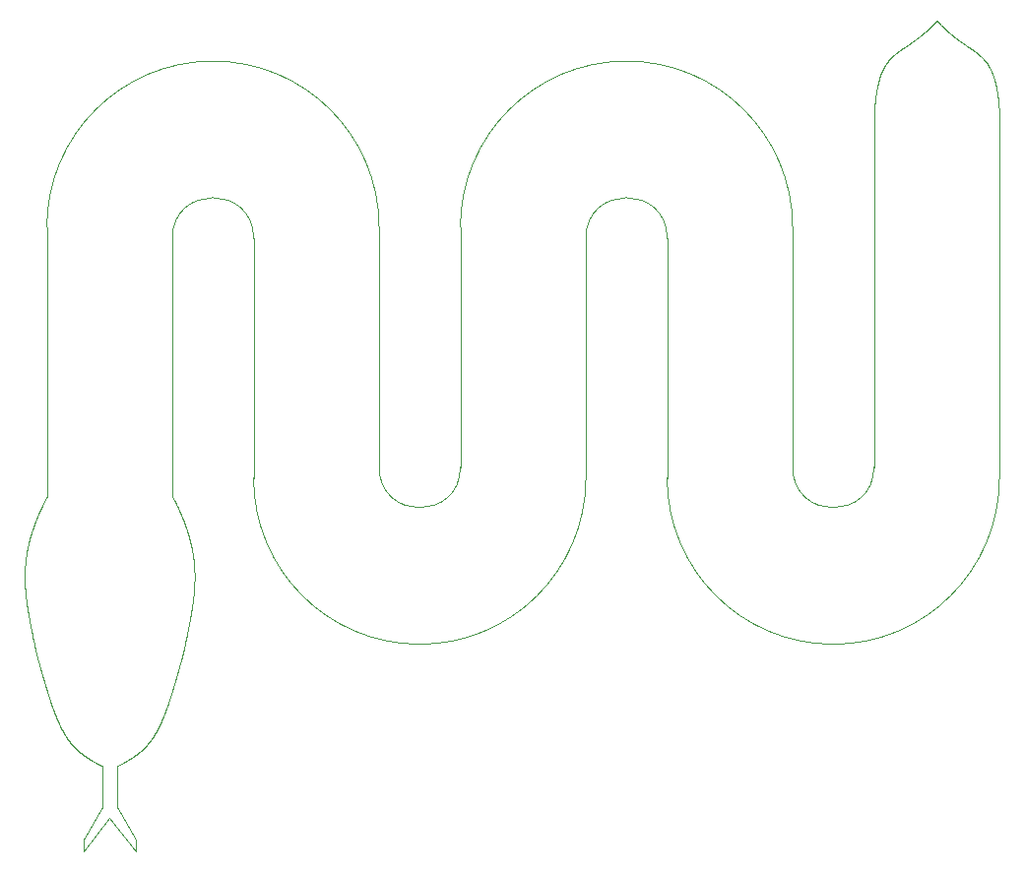
<source format=gbr>
%TF.GenerationSoftware,KiCad,Pcbnew,9.0.0*%
%TF.CreationDate,2025-12-28T17:48:29+00:00*%
%TF.ProjectId,turing,74757269-6e67-42e6-9b69-6361645f7063,v2.0*%
%TF.SameCoordinates,Original*%
%TF.FileFunction,Profile,NP*%
%FSLAX46Y46*%
G04 Gerber Fmt 4.6, Leading zero omitted, Abs format (unit mm)*
G04 Created by KiCad (PCBNEW 9.0.0) date 2025-12-28 17:48:29*
%MOMM*%
%LPD*%
G01*
G04 APERTURE LIST*
%TA.AperFunction,Profile*%
%ADD10C,0.050000*%
%TD*%
%ADD11C,0.050000*%
G04 APERTURE END LIST*
D10*
X133032500Y-128587500D02*
X133032500Y-98425000D01*
X143827500Y-98425000D02*
X143827500Y-129540000D01*
X79692500Y-108902500D02*
X79692500Y-129540100D01*
X72707500Y-108902500D02*
X72707500Y-131127500D01*
X108267084Y-129649085D02*
G75*
G02*
X79692500Y-129540106I-14287084J108985D01*
G01*
X69532500Y-160655000D02*
X69532500Y-161607500D01*
X61912500Y-107950000D02*
G75*
G02*
X90487500Y-107950000I14287500J0D01*
G01*
X65087500Y-160655000D02*
X65087500Y-161607500D01*
D11*
X60960000Y-144462500D02*
X60979727Y-144534796D01*
X60999365Y-144606682D01*
X61018322Y-144676004D01*
X61037196Y-144744943D01*
X61055464Y-144811589D01*
X61073654Y-144877877D01*
X61091298Y-144942096D01*
X61108870Y-145005978D01*
X61125946Y-145067981D01*
X61142956Y-145129665D01*
X61159513Y-145189631D01*
X61176007Y-145249295D01*
X61192086Y-145307379D01*
X61208107Y-145365176D01*
X61223744Y-145421515D01*
X61239326Y-145477580D01*
X61254553Y-145532292D01*
X61269728Y-145586742D01*
X61284574Y-145639933D01*
X61299370Y-145692873D01*
X61313859Y-145744637D01*
X61328301Y-145796160D01*
X61342455Y-145846580D01*
X61356565Y-145896770D01*
X61370405Y-145945923D01*
X61384204Y-145994854D01*
X61397748Y-146042809D01*
X61411252Y-146090550D01*
X61424517Y-146137369D01*
X61437744Y-146183982D01*
X61450745Y-146229722D01*
X61463710Y-146275262D01*
X61476460Y-146319975D01*
X61489177Y-146364496D01*
X61501689Y-146408230D01*
X61514170Y-146451778D01*
X61526457Y-146494578D01*
X61538713Y-146537197D01*
X61550785Y-146579104D01*
X61562827Y-146620835D01*
X61574695Y-146661886D01*
X61586534Y-146702766D01*
X61598205Y-146742997D01*
X61609850Y-146783062D01*
X61621335Y-146822505D01*
X61632794Y-146861787D01*
X61644099Y-146900474D01*
X61655381Y-146939004D01*
X61666516Y-146976962D01*
X61677627Y-147014768D01*
X61688598Y-147052024D01*
X61699546Y-147089133D01*
X61710359Y-147125714D01*
X61721151Y-147162151D01*
X61731813Y-147198080D01*
X61742455Y-147233868D01*
X61752972Y-147269167D01*
X61763469Y-147304330D01*
X61773847Y-147339020D01*
X61784205Y-147373577D01*
X61794448Y-147407679D01*
X61804673Y-147441651D01*
X61814787Y-147475183D01*
X61824883Y-147508588D01*
X61834872Y-147541568D01*
X61844845Y-147574425D01*
X61854713Y-147606871D01*
X61864566Y-147639195D01*
X61874319Y-147671123D01*
X61884057Y-147702932D01*
X61893698Y-147734356D01*
X61903324Y-147765664D01*
X61912857Y-147796600D01*
X61922376Y-147827423D01*
X61931805Y-147857884D01*
X61941220Y-147888235D01*
X61950547Y-147918235D01*
X61959862Y-147948127D01*
X61969092Y-147977679D01*
X61978310Y-148007125D01*
X61987446Y-148036241D01*
X61996570Y-148065253D01*
X62005614Y-148093944D01*
X62014647Y-148122533D01*
X62023603Y-148150812D01*
X62032548Y-148178990D01*
X62041419Y-148206865D01*
X62050279Y-148234642D01*
X62059066Y-148262125D01*
X62067844Y-148289512D01*
X62076551Y-148316613D01*
X62085248Y-148343619D01*
X62093877Y-148370347D01*
X62102498Y-148396981D01*
X62111051Y-148423345D01*
X62119596Y-148449618D01*
X62128076Y-148475626D01*
X62136549Y-148501545D01*
X62144958Y-148527207D01*
X62153360Y-148552781D01*
X62161700Y-148578104D01*
X62170033Y-148603341D01*
X62178306Y-148628333D01*
X62186573Y-148653241D01*
X62194781Y-148677910D01*
X62202983Y-148702496D01*
X62211129Y-148726849D01*
X62219268Y-148751121D01*
X62227352Y-148775165D01*
X62235430Y-148799129D01*
X62243455Y-148822871D01*
X62251474Y-148846534D01*
X62259441Y-148869980D01*
X62267403Y-148893349D01*
X62275314Y-148916507D01*
X62283220Y-148939587D01*
X62291077Y-148962462D01*
X62298929Y-148985261D01*
X62306732Y-149007858D01*
X62314531Y-149030381D01*
X62322283Y-149052707D01*
X62330031Y-149074960D01*
X62337733Y-149097020D01*
X62345432Y-149119009D01*
X62353085Y-149140809D01*
X62360735Y-149162538D01*
X62368341Y-149184083D01*
X62375944Y-149205558D01*
X62383505Y-149226853D01*
X62391062Y-149248079D01*
X62398578Y-149269128D01*
X62406091Y-149290111D01*
X62413563Y-149310920D01*
X62421033Y-149331663D01*
X62428463Y-149352237D01*
X62435891Y-149372745D01*
X62443280Y-149393088D01*
X62450667Y-149413366D01*
X62458016Y-149433482D01*
X62465364Y-149453535D01*
X62472674Y-149473429D01*
X62479983Y-149493260D01*
X62487256Y-149512935D01*
X62494528Y-149532549D01*
X62501764Y-149552010D01*
X62508999Y-149571411D01*
X62516200Y-149590661D01*
X62523400Y-149609853D01*
X62530566Y-149628897D01*
X62537731Y-149647883D01*
X62544864Y-149666724D01*
X62551996Y-149685508D01*
X62559096Y-149704151D01*
X62566195Y-149722736D01*
X62573264Y-149741183D01*
X62580332Y-149759574D01*
X62587369Y-149777829D01*
X62594406Y-149796029D01*
X62601414Y-149814095D01*
X62608422Y-149832107D01*
X62615400Y-149849988D01*
X62622379Y-149867815D01*
X62629329Y-149885514D01*
X62636280Y-149903159D01*
X62643202Y-149920679D01*
X62650126Y-149938146D01*
X62657022Y-149955490D01*
X62663919Y-149972782D01*
X62670789Y-149989953D01*
X62677661Y-150007073D01*
X62684506Y-150024073D01*
X62691352Y-150041023D01*
X62698173Y-150057857D01*
X62704996Y-150074640D01*
X62711793Y-150091309D01*
X62718592Y-150107929D01*
X62725367Y-150124436D01*
X62732143Y-150140895D01*
X62738896Y-150157243D01*
X62745650Y-150173543D01*
X62752381Y-150189735D01*
X62759114Y-150205879D01*
X62765824Y-150221917D01*
X62772537Y-150237907D01*
X62779227Y-150253793D01*
X62785919Y-150269633D01*
X62792590Y-150285370D01*
X62799263Y-150301062D01*
X62805915Y-150316652D01*
X62812569Y-150332197D01*
X62819203Y-150347643D01*
X62825840Y-150363045D01*
X62832456Y-150378349D01*
X62839075Y-150393609D01*
X62845674Y-150408773D01*
X62852276Y-150423893D01*
X62858859Y-150438920D01*
X62865445Y-150453903D01*
X62872012Y-150468794D01*
X62878583Y-150483643D01*
X62885135Y-150498400D01*
X62891690Y-150513116D01*
X62898227Y-150527742D01*
X62904768Y-150542326D01*
X62911291Y-150556823D01*
X62917818Y-150571279D01*
X62924328Y-150585648D01*
X62930841Y-150599977D01*
X62937338Y-150614221D01*
X62943838Y-150628424D01*
X62950323Y-150642545D01*
X62956811Y-150656625D01*
X62963283Y-150670624D01*
X62969759Y-150684584D01*
X62976220Y-150698462D01*
X62982685Y-150712302D01*
X62989135Y-150726063D01*
X62995590Y-150739785D01*
X63002029Y-150753430D01*
X63008473Y-150767036D01*
X63014903Y-150780566D01*
X63021337Y-150794058D01*
X63027757Y-150807475D01*
X63034182Y-150820855D01*
X63040593Y-150834160D01*
X63047009Y-150847429D01*
X63053412Y-150860625D01*
X63059819Y-150873785D01*
X63066214Y-150886872D01*
X63072614Y-150899925D01*
X63079001Y-150912906D01*
X63085393Y-150925852D01*
X63091773Y-150938729D01*
X63098158Y-150951570D01*
X63104532Y-150964343D01*
X63110910Y-150977082D01*
X63117278Y-150989753D01*
X63123650Y-151002390D01*
X63130012Y-151014961D01*
X63136379Y-151027498D01*
X63142735Y-151039970D01*
X63149096Y-151052408D01*
X63155448Y-151064782D01*
X63161805Y-151077123D01*
X63168152Y-151089401D01*
X63174504Y-151101647D01*
X63180847Y-151113830D01*
X63187195Y-151125981D01*
X63193535Y-151138071D01*
X63199879Y-151150129D01*
X63206216Y-151162126D01*
X63212557Y-151174092D01*
X63218891Y-151185999D01*
X63225230Y-151197875D01*
X63231561Y-151209692D01*
X63237898Y-151221478D01*
X63244226Y-151233207D01*
X63250561Y-151244906D01*
X63256889Y-151256548D01*
X63263222Y-151268159D01*
X63269548Y-151279715D01*
X63275881Y-151291241D01*
X63282206Y-151302713D01*
X63288538Y-151314155D01*
X63294863Y-151325543D01*
X63301194Y-151336902D01*
X63307519Y-151348208D01*
X63313851Y-151359484D01*
X63320176Y-151370709D01*
X63326508Y-151381905D01*
X63332835Y-151393050D01*
X63339168Y-151404166D01*
X63345495Y-151415232D01*
X63351829Y-151426270D01*
X63358158Y-151437258D01*
X63364494Y-151448218D01*
X63370825Y-151459130D01*
X63377163Y-151470013D01*
X63383496Y-151480849D01*
X63389836Y-151491658D01*
X63396172Y-151502419D01*
X63402515Y-151513153D01*
X63408854Y-151523841D01*
X63415200Y-151534502D01*
X63421543Y-151545117D01*
X63427892Y-151555706D01*
X63434239Y-151566250D01*
X63440592Y-151576767D01*
X63446943Y-151587241D01*
X63453301Y-151597688D01*
X63459656Y-151608092D01*
X63466018Y-151618469D01*
X63472378Y-151628805D01*
X63478746Y-151639114D01*
X63485111Y-151649382D01*
X63491484Y-151659624D01*
X63497855Y-151669825D01*
X63504234Y-151680001D01*
X63510611Y-151690136D01*
X63516996Y-151700247D01*
X63523379Y-151710317D01*
X63529771Y-151720363D01*
X63536161Y-151730370D01*
X63542559Y-151740351D01*
X63548957Y-151750295D01*
X63555362Y-151760214D01*
X63561767Y-151770096D01*
X63568180Y-151779953D01*
X63574593Y-151789773D01*
X63581014Y-151799569D01*
X63587436Y-151809329D01*
X63593865Y-151819065D01*
X63600295Y-151828765D01*
X63606733Y-151838442D01*
X63613172Y-151848084D01*
X63619619Y-151857702D01*
X63626067Y-151867285D01*
X63632524Y-151876846D01*
X63638982Y-151886372D01*
X63645448Y-151895876D01*
X63651917Y-151905346D01*
X63658393Y-151914793D01*
X63664872Y-151924208D01*
X63671359Y-151933600D01*
X63677849Y-151942960D01*
X63684347Y-151952298D01*
X63690848Y-151961604D01*
X63697357Y-151970888D01*
X63703870Y-151980141D01*
X63710391Y-151989372D01*
X63716915Y-151998573D01*
X63723449Y-152007752D01*
X63729985Y-152016901D01*
X63736531Y-152026028D01*
X63743081Y-152035126D01*
X63749639Y-152044203D01*
X63756202Y-152053251D01*
X63762774Y-152062277D01*
X63769350Y-152071276D01*
X63775936Y-152080254D01*
X63782526Y-152089203D01*
X63789125Y-152098132D01*
X63795730Y-152107034D01*
X63802344Y-152115915D01*
X63808963Y-152124770D01*
X63815591Y-152133604D01*
X63822226Y-152142412D01*
X63828869Y-152151200D01*
X63835519Y-152159962D01*
X63842178Y-152168704D01*
X63848844Y-152177421D01*
X63855519Y-152186118D01*
X63862201Y-152194790D01*
X63868893Y-152203443D01*
X63875591Y-152212071D01*
X63882300Y-152220680D01*
X63889015Y-152229265D01*
X63895741Y-152237831D01*
X63902474Y-152246374D01*
X63909217Y-152254897D01*
X63915968Y-152263398D01*
X63922729Y-152271880D01*
X63929498Y-152280340D01*
X63936278Y-152288781D01*
X63943066Y-152297200D01*
X63949864Y-152305600D01*
X63956671Y-152313979D01*
X63963489Y-152322340D01*
X63970315Y-152330680D01*
X63977153Y-152339001D01*
X63983999Y-152347302D01*
X63990856Y-152355585D01*
X63997724Y-152363848D01*
X64004601Y-152372093D01*
X64011489Y-152380319D01*
X64018388Y-152388526D01*
X64025297Y-152396715D01*
X64032217Y-152404886D01*
X64039148Y-152413039D01*
X64046090Y-152421174D01*
X64053043Y-152429291D01*
X64060008Y-152437390D01*
X64066983Y-152445472D01*
X64073970Y-152453536D01*
X64080969Y-152461584D01*
X64087979Y-152469614D01*
X64095002Y-152477628D01*
X64102035Y-152485624D01*
X64109082Y-152493605D01*
X64116140Y-152501568D01*
X64123211Y-152509516D01*
X64130293Y-152517446D01*
X64144496Y-152533261D01*
X64158751Y-152549012D01*
X64173057Y-152564702D01*
X64187416Y-152580331D01*
X64201829Y-152595901D01*
X64216297Y-152611412D01*
X64230821Y-152626866D01*
X64245401Y-152642264D01*
X64260040Y-152657606D01*
X64274738Y-152672895D01*
X64289496Y-152688131D01*
X64304315Y-152703315D01*
X64319196Y-152718449D01*
X64334141Y-152733533D01*
X64349151Y-152748569D01*
X64364226Y-152763557D01*
X64379368Y-152778499D01*
X64394577Y-152793395D01*
X64409857Y-152808248D01*
X64425206Y-152823057D01*
X64440627Y-152837824D01*
X64456121Y-152852551D01*
X64471689Y-152867238D01*
X64487333Y-152881885D01*
X64503053Y-152896495D01*
X64518851Y-152911069D01*
X64534729Y-152925607D01*
X64550687Y-152940110D01*
X64566728Y-152954580D01*
X64582852Y-152969018D01*
X64599061Y-152983425D01*
X64615356Y-152997801D01*
X64631739Y-153012148D01*
X64648212Y-153026467D01*
X64664776Y-153040760D01*
X64681432Y-153055026D01*
X64698182Y-153069268D01*
X64715028Y-153083486D01*
X64731972Y-153097682D01*
X64749014Y-153111857D01*
X64766157Y-153126011D01*
X64783403Y-153140146D01*
X64800753Y-153154264D01*
X64818209Y-153168364D01*
X64835773Y-153182449D01*
X64853446Y-153196520D01*
X64871232Y-153210577D01*
X64889131Y-153224622D01*
X64907146Y-153238656D01*
X64925278Y-153252681D01*
X64943530Y-153266697D01*
X64961904Y-153280706D01*
X64980403Y-153294709D01*
X64999027Y-153308707D01*
X65017780Y-153322702D01*
X65036664Y-153336695D01*
X65055682Y-153350687D01*
X65074834Y-153364680D01*
X65094126Y-153378675D01*
X65113557Y-153392673D01*
X65133132Y-153406675D01*
X65152853Y-153420684D01*
X65172723Y-153434700D01*
X65192744Y-153448725D01*
X65212920Y-153462761D01*
X65233253Y-153476809D01*
X65253746Y-153490870D01*
X65274402Y-153504947D01*
X65295225Y-153519040D01*
X65316218Y-153533151D01*
X65337384Y-153547283D01*
X65358726Y-153561436D01*
X65380248Y-153575613D01*
X65401955Y-153589815D01*
X65423848Y-153604044D01*
X65445933Y-153618302D01*
X65468213Y-153632591D01*
X65490692Y-153646913D01*
X65513375Y-153661269D01*
X65536265Y-153675663D01*
X65559367Y-153690095D01*
X65582686Y-153704569D01*
X65606227Y-153719086D01*
X65629994Y-153733648D01*
X65653992Y-153748259D01*
X65678227Y-153762920D01*
X65702704Y-153777634D01*
X65727429Y-153792404D01*
X65752406Y-153807231D01*
X65777643Y-153822120D01*
X65803145Y-153837073D01*
X65828919Y-153852092D01*
X65854972Y-153867181D01*
X65881310Y-153882343D01*
X65907940Y-153897581D01*
X65934870Y-153912898D01*
X65962108Y-153928299D01*
X65989662Y-153943787D01*
X66017540Y-153959365D01*
X66045750Y-153975037D01*
X66074303Y-153990808D01*
X66103207Y-154006682D01*
X66132472Y-154022663D01*
X66162110Y-154038756D01*
X66192130Y-154054967D01*
X66222544Y-154071299D01*
X66253364Y-154087759D01*
X66284603Y-154104352D01*
X66316275Y-154121084D01*
X66348391Y-154137961D01*
X66380969Y-154154989D01*
X66414022Y-154172177D01*
X66447568Y-154189531D01*
X66481623Y-154207058D01*
X66516207Y-154224767D01*
X66551337Y-154242668D01*
X66587036Y-154260767D01*
X66623325Y-154279077D01*
X66660228Y-154297607D01*
X66675000Y-154305000D01*
X72707500Y-131127500D02*
X72707500Y-131127500D01*
D10*
X69532500Y-160655000D02*
X67945000Y-157797500D01*
X143827500Y-129540000D02*
G75*
G02*
X115252500Y-129540000I-14287500J0D01*
G01*
D11*
X138430000Y-90170000D02*
X138407924Y-90194225D01*
X138385845Y-90218333D01*
X138363764Y-90242327D01*
X138341679Y-90266206D01*
X138319591Y-90289973D01*
X138297498Y-90313626D01*
X138275400Y-90337169D01*
X138253296Y-90360602D01*
X138231185Y-90383925D01*
X138209068Y-90407140D01*
X138186942Y-90430247D01*
X138164808Y-90453249D01*
X138142664Y-90476145D01*
X138120510Y-90498937D01*
X138098345Y-90521626D01*
X138076168Y-90544213D01*
X138053979Y-90566699D01*
X138031776Y-90589085D01*
X138009559Y-90611372D01*
X137987327Y-90633562D01*
X137965078Y-90655656D01*
X137942813Y-90677654D01*
X137920529Y-90699557D01*
X137898226Y-90721368D01*
X137875904Y-90743087D01*
X137853559Y-90764716D01*
X137831193Y-90786255D01*
X137808803Y-90807706D01*
X137786388Y-90829071D01*
X137763948Y-90850350D01*
X137741480Y-90871544D01*
X137718985Y-90892657D01*
X137696459Y-90913687D01*
X137673902Y-90934638D01*
X137651313Y-90955511D01*
X137628689Y-90976306D01*
X137606030Y-90997026D01*
X137583334Y-91017672D01*
X137560599Y-91038246D01*
X137537823Y-91058749D01*
X137515005Y-91079182D01*
X137492143Y-91099549D01*
X137469235Y-91119850D01*
X137446278Y-91140087D01*
X137423271Y-91160263D01*
X137400212Y-91180378D01*
X137377098Y-91200436D01*
X137353927Y-91220438D01*
X137330697Y-91240385D01*
X137307404Y-91260282D01*
X137284047Y-91280129D01*
X137260621Y-91299929D01*
X137237125Y-91319685D01*
X137213555Y-91339399D01*
X137189908Y-91359074D01*
X137166181Y-91378712D01*
X137142369Y-91398317D01*
X137118468Y-91417891D01*
X137094476Y-91437438D01*
X137070387Y-91456961D01*
X137046197Y-91476464D01*
X137021901Y-91495950D01*
X136997495Y-91515423D01*
X136972971Y-91534887D01*
X136948326Y-91554347D01*
X136923551Y-91573807D01*
X136898642Y-91593272D01*
X136873590Y-91612748D01*
X136848389Y-91632239D01*
X136823029Y-91651752D01*
X136797502Y-91671294D01*
X136771799Y-91690871D01*
X136745909Y-91710490D01*
X136719821Y-91730160D01*
X136693522Y-91749889D01*
X136666999Y-91769687D01*
X136640238Y-91789565D01*
X136613221Y-91809533D01*
X136585932Y-91829604D01*
X136558349Y-91849793D01*
X136530452Y-91870114D01*
X136502213Y-91890585D01*
X136473607Y-91911226D01*
X136444599Y-91932058D01*
X136415154Y-91953108D01*
X136385228Y-91974403D01*
X136354773Y-91995979D01*
X136323730Y-92017875D01*
X136292030Y-92040137D01*
X136259590Y-92062824D01*
X136226306Y-92086004D01*
X136192052Y-92109766D01*
X136156662Y-92134219D01*
X136119924Y-92159510D01*
X136081543Y-92185836D01*
X136041104Y-92213481D01*
X135997976Y-92242872D01*
X135951113Y-92274716D01*
X135898536Y-92310354D01*
X135835445Y-92353033D01*
X135789130Y-92384333D01*
X135715152Y-92434340D01*
X135678513Y-92459136D01*
X135642108Y-92483811D01*
X135605937Y-92508375D01*
X135570000Y-92532841D01*
X135534297Y-92557219D01*
X135498830Y-92581523D01*
X135481184Y-92593650D01*
X135463597Y-92605764D01*
X135446070Y-92617864D01*
X135428601Y-92629953D01*
X135411190Y-92642031D01*
X135393839Y-92654102D01*
X135376547Y-92666165D01*
X135359314Y-92678223D01*
X135342140Y-92690277D01*
X135325025Y-92702328D01*
X135307969Y-92714378D01*
X135290973Y-92726428D01*
X135274036Y-92738481D01*
X135257157Y-92750536D01*
X135240339Y-92762596D01*
X135223579Y-92774663D01*
X135206879Y-92786737D01*
X135190238Y-92798821D01*
X135173657Y-92810915D01*
X135157135Y-92823021D01*
X135140673Y-92835140D01*
X135124270Y-92847275D01*
X135107927Y-92859426D01*
X135091643Y-92871596D01*
X135075419Y-92883784D01*
X135059255Y-92895994D01*
X135043150Y-92908226D01*
X135027106Y-92920482D01*
X135011121Y-92932763D01*
X134995195Y-92945071D01*
X134979330Y-92957408D01*
X134963525Y-92969774D01*
X134947779Y-92982171D01*
X134932094Y-92994601D01*
X134916468Y-93007065D01*
X134900903Y-93019565D01*
X134885397Y-93032102D01*
X134869952Y-93044677D01*
X134854567Y-93057293D01*
X134839242Y-93069950D01*
X134823977Y-93082650D01*
X134808773Y-93095394D01*
X134793629Y-93108185D01*
X134778545Y-93121022D01*
X134763521Y-93133909D01*
X134748558Y-93146846D01*
X134733656Y-93159834D01*
X134726227Y-93166349D01*
X134718814Y-93172876D01*
X134711415Y-93179418D01*
X134704032Y-93185973D01*
X134696664Y-93192542D01*
X134689311Y-93199126D01*
X134681973Y-93205724D01*
X134674650Y-93212337D01*
X134667343Y-93218964D01*
X134660050Y-93225606D01*
X134652773Y-93232264D01*
X134645511Y-93238937D01*
X134638264Y-93245625D01*
X134631032Y-93252329D01*
X134623816Y-93259049D01*
X134616615Y-93265785D01*
X134609428Y-93272537D01*
X134602258Y-93279306D01*
X134595102Y-93286091D01*
X134587961Y-93292894D01*
X134580836Y-93299713D01*
X134573726Y-93306549D01*
X134566631Y-93313403D01*
X134559551Y-93320274D01*
X134552487Y-93327163D01*
X134545437Y-93334070D01*
X134538403Y-93340995D01*
X134531385Y-93347938D01*
X134524381Y-93354900D01*
X134517393Y-93361880D01*
X134510420Y-93368879D01*
X134503462Y-93375897D01*
X134496520Y-93382935D01*
X134489592Y-93389991D01*
X134482680Y-93397068D01*
X134475784Y-93404164D01*
X134468902Y-93411280D01*
X134462036Y-93418416D01*
X134455185Y-93425572D01*
X134448350Y-93432749D01*
X134441530Y-93439947D01*
X134434725Y-93447165D01*
X134427935Y-93454405D01*
X134421161Y-93461665D01*
X134414402Y-93468947D01*
X134407658Y-93476251D01*
X134400930Y-93483576D01*
X134394217Y-93490924D01*
X134387519Y-93498293D01*
X134380836Y-93505685D01*
X134374169Y-93513099D01*
X134367518Y-93520536D01*
X134360881Y-93527996D01*
X134354260Y-93535479D01*
X134347655Y-93542985D01*
X134341065Y-93550515D01*
X134334490Y-93558068D01*
X134327930Y-93565645D01*
X134321386Y-93573246D01*
X134314857Y-93580871D01*
X134308344Y-93588521D01*
X134301846Y-93596195D01*
X134295363Y-93603893D01*
X134288896Y-93611617D01*
X134282444Y-93619366D01*
X134276008Y-93627139D01*
X134269587Y-93634939D01*
X134263182Y-93642764D01*
X134256792Y-93650615D01*
X134250417Y-93658491D01*
X134244058Y-93666394D01*
X134237714Y-93674324D01*
X134231385Y-93682280D01*
X134225073Y-93690262D01*
X134218775Y-93698272D01*
X134212493Y-93706308D01*
X134206226Y-93714372D01*
X134199975Y-93722464D01*
X134193740Y-93730583D01*
X134187520Y-93738730D01*
X134181315Y-93746904D01*
X134175126Y-93755107D01*
X134168952Y-93763339D01*
X134162794Y-93771599D01*
X134156651Y-93779888D01*
X134150524Y-93788205D01*
X134144412Y-93796552D01*
X134138316Y-93804928D01*
X134132235Y-93813334D01*
X134126170Y-93821769D01*
X134120120Y-93830234D01*
X134114086Y-93838729D01*
X134108068Y-93847255D01*
X134102064Y-93855811D01*
X134096077Y-93864397D01*
X134090105Y-93873014D01*
X134084148Y-93881662D01*
X134078208Y-93890341D01*
X134072282Y-93899052D01*
X134066372Y-93907794D01*
X134060478Y-93916568D01*
X134054600Y-93925373D01*
X134048737Y-93934211D01*
X134042889Y-93943081D01*
X134037057Y-93951983D01*
X134031241Y-93960918D01*
X134025440Y-93969886D01*
X134019655Y-93978887D01*
X134013885Y-93987921D01*
X134008132Y-93996988D01*
X134002393Y-94006089D01*
X133996671Y-94015223D01*
X133990964Y-94024392D01*
X133985272Y-94033594D01*
X133979596Y-94042831D01*
X133973936Y-94052102D01*
X133968292Y-94061408D01*
X133962663Y-94070748D01*
X133957049Y-94080124D01*
X133951452Y-94089535D01*
X133945870Y-94098981D01*
X133940304Y-94108463D01*
X133934753Y-94117980D01*
X133929218Y-94127533D01*
X133923699Y-94137123D01*
X133918195Y-94146749D01*
X133912707Y-94156411D01*
X133907235Y-94166110D01*
X133901778Y-94175845D01*
X133896338Y-94185618D01*
X133890912Y-94195428D01*
X133885503Y-94205275D01*
X133880109Y-94215160D01*
X133874731Y-94225083D01*
X133869369Y-94235043D01*
X133864022Y-94245042D01*
X133858692Y-94255079D01*
X133853376Y-94265154D01*
X133848077Y-94275268D01*
X133842793Y-94285421D01*
X133837526Y-94295614D01*
X133832273Y-94305845D01*
X133827037Y-94316115D01*
X133821816Y-94326426D01*
X133816612Y-94336776D01*
X133811422Y-94347166D01*
X133806249Y-94357596D01*
X133801092Y-94368066D01*
X133795950Y-94378577D01*
X133790824Y-94389129D01*
X133785714Y-94399721D01*
X133780619Y-94410355D01*
X133775541Y-94421030D01*
X133770478Y-94431746D01*
X133765431Y-94442504D01*
X133760400Y-94453304D01*
X133755384Y-94464145D01*
X133750385Y-94475029D01*
X133745401Y-94485955D01*
X133740433Y-94496924D01*
X133735481Y-94507936D01*
X133730545Y-94518990D01*
X133725625Y-94530087D01*
X133720720Y-94541228D01*
X133715831Y-94552412D01*
X133710959Y-94563640D01*
X133706102Y-94574911D01*
X133701261Y-94586227D01*
X133696436Y-94597587D01*
X133691626Y-94608991D01*
X133686833Y-94620439D01*
X133682055Y-94631933D01*
X133677294Y-94643471D01*
X133672548Y-94655055D01*
X133667818Y-94666683D01*
X133663104Y-94678357D01*
X133658406Y-94690077D01*
X133653724Y-94701843D01*
X133649057Y-94713655D01*
X133644407Y-94725513D01*
X133639773Y-94737417D01*
X133635154Y-94749368D01*
X133630552Y-94761365D01*
X133625965Y-94773410D01*
X133621394Y-94785502D01*
X133616840Y-94797641D01*
X133612301Y-94809827D01*
X133607778Y-94822061D01*
X133603271Y-94834343D01*
X133598780Y-94846673D01*
X133594306Y-94859052D01*
X133589847Y-94871478D01*
X133585404Y-94883954D01*
X133580977Y-94896478D01*
X133576566Y-94909051D01*
X133572171Y-94921673D01*
X133567792Y-94934344D01*
X133563429Y-94947065D01*
X133559082Y-94959836D01*
X133554751Y-94972657D01*
X133550436Y-94985527D01*
X133546137Y-94998448D01*
X133541854Y-95011420D01*
X133537587Y-95024442D01*
X133533336Y-95037514D01*
X133529101Y-95050638D01*
X133524883Y-95063813D01*
X133520680Y-95077039D01*
X133516493Y-95090317D01*
X133512323Y-95103646D01*
X133508168Y-95117028D01*
X133504029Y-95130461D01*
X133499907Y-95143947D01*
X133495801Y-95157485D01*
X133491710Y-95171076D01*
X133487636Y-95184720D01*
X133483578Y-95198417D01*
X133479536Y-95212166D01*
X133475510Y-95225970D01*
X133471500Y-95239826D01*
X133467507Y-95253737D01*
X133463529Y-95267701D01*
X133459567Y-95281720D01*
X133455622Y-95295793D01*
X133451693Y-95309920D01*
X133447780Y-95324102D01*
X133443883Y-95338339D01*
X133440002Y-95352631D01*
X133436137Y-95366978D01*
X133432288Y-95381380D01*
X133428456Y-95395838D01*
X133424640Y-95410352D01*
X133420839Y-95424922D01*
X133417055Y-95439548D01*
X133413288Y-95454230D01*
X133409536Y-95468968D01*
X133405801Y-95483764D01*
X133402081Y-95498616D01*
X133398378Y-95513525D01*
X133394691Y-95528492D01*
X133391021Y-95543516D01*
X133387366Y-95558597D01*
X133383728Y-95573736D01*
X133380106Y-95588934D01*
X133376500Y-95604189D01*
X133372910Y-95619503D01*
X133369337Y-95634875D01*
X133365779Y-95650306D01*
X133362238Y-95665796D01*
X133358714Y-95681345D01*
X133355205Y-95696953D01*
X133351713Y-95712620D01*
X133348237Y-95728347D01*
X133344777Y-95744134D01*
X133341333Y-95759981D01*
X133337906Y-95775889D01*
X133334495Y-95791856D01*
X133331100Y-95807884D01*
X133327722Y-95823973D01*
X133324360Y-95840122D01*
X133321014Y-95856333D01*
X133317684Y-95872605D01*
X133314371Y-95888939D01*
X133311074Y-95905334D01*
X133307793Y-95921791D01*
X133304529Y-95938310D01*
X133301281Y-95954891D01*
X133298049Y-95971534D01*
X133294833Y-95988240D01*
X133291634Y-96005009D01*
X133288451Y-96021841D01*
X133285285Y-96038736D01*
X133282135Y-96055694D01*
X133279001Y-96072715D01*
X133275883Y-96089801D01*
X133272782Y-96106950D01*
X133269697Y-96124163D01*
X133266629Y-96141440D01*
X133263577Y-96158782D01*
X133260541Y-96176188D01*
X133257522Y-96193660D01*
X133254519Y-96211196D01*
X133251533Y-96228797D01*
X133248562Y-96246463D01*
X133245609Y-96264195D01*
X133242671Y-96281993D01*
X133239750Y-96299856D01*
X133236846Y-96317786D01*
X133233958Y-96335782D01*
X133231086Y-96353844D01*
X133228231Y-96371973D01*
X133225392Y-96390169D01*
X133222569Y-96408431D01*
X133219763Y-96426761D01*
X133216974Y-96445158D01*
X133214200Y-96463622D01*
X133211444Y-96482155D01*
X133208703Y-96500755D01*
X133205980Y-96519423D01*
X133203272Y-96538160D01*
X133200581Y-96556965D01*
X133197907Y-96575838D01*
X133195249Y-96594781D01*
X133192607Y-96613792D01*
X133189982Y-96632872D01*
X133187374Y-96652022D01*
X133184782Y-96671242D01*
X133182206Y-96690531D01*
X133179647Y-96709890D01*
X133177105Y-96729319D01*
X133174579Y-96748819D01*
X133172069Y-96768388D01*
X133169576Y-96788029D01*
X133167100Y-96807740D01*
X133164640Y-96827523D01*
X133162196Y-96847376D01*
X133159769Y-96867301D01*
X133157359Y-96887298D01*
X133154965Y-96907366D01*
X133152588Y-96927506D01*
X133150227Y-96947718D01*
X133147883Y-96968003D01*
X133145556Y-96988360D01*
X133143245Y-97008790D01*
X133140950Y-97029292D01*
X133138672Y-97049868D01*
X133136411Y-97070517D01*
X133134166Y-97091239D01*
X133131938Y-97112035D01*
X133129727Y-97132904D01*
X133127532Y-97153848D01*
X133125353Y-97174865D01*
X133123191Y-97195957D01*
X133121046Y-97217124D01*
X133118918Y-97238365D01*
X133116806Y-97259681D01*
X133114711Y-97281072D01*
X133112632Y-97302538D01*
X133110570Y-97324080D01*
X133108525Y-97345697D01*
X133106496Y-97367391D01*
X133104484Y-97389160D01*
X133102488Y-97411005D01*
X133100510Y-97432926D01*
X133098548Y-97454925D01*
X133096602Y-97476999D01*
X133094673Y-97499151D01*
X133092761Y-97521380D01*
X133090866Y-97543686D01*
X133088987Y-97566069D01*
X133087125Y-97588530D01*
X133085280Y-97611069D01*
X133083451Y-97633686D01*
X133081639Y-97656381D01*
X133079844Y-97679155D01*
X133078065Y-97702007D01*
X133076303Y-97724937D01*
X133074558Y-97747947D01*
X133072830Y-97771036D01*
X133071118Y-97794204D01*
X133069423Y-97817451D01*
X133067745Y-97840778D01*
X133066083Y-97864185D01*
X133064439Y-97887672D01*
X133062811Y-97911239D01*
X133061199Y-97934887D01*
X133059605Y-97958615D01*
X133058027Y-97982424D01*
X133056466Y-98006313D01*
X133054922Y-98030284D01*
X133053395Y-98054337D01*
X133051884Y-98078470D01*
X133050390Y-98102685D01*
X133048913Y-98126983D01*
X133047453Y-98151362D01*
X133046010Y-98175823D01*
X133044583Y-98200367D01*
X133043173Y-98224994D01*
X133041780Y-98249703D01*
X133040404Y-98274495D01*
X133039044Y-98299370D01*
X133037702Y-98324329D01*
X133036376Y-98349371D01*
X133035067Y-98374497D01*
X133033775Y-98399706D01*
X133032500Y-98425000D01*
D10*
X67945000Y-157797500D02*
X67945000Y-154305000D01*
X67310000Y-158750000D02*
X69532500Y-161607500D01*
X126047500Y-128587500D02*
X126047500Y-107950000D01*
D11*
X61912500Y-131127500D02*
X61902257Y-131146869D01*
X61892047Y-131166219D01*
X61881876Y-131185537D01*
X61871738Y-131204837D01*
X61861638Y-131224105D01*
X61851572Y-131243354D01*
X61841544Y-131262572D01*
X61831548Y-131281772D01*
X61821591Y-131300941D01*
X61811666Y-131320091D01*
X61801779Y-131339210D01*
X61791925Y-131358311D01*
X61782109Y-131377381D01*
X61772324Y-131396434D01*
X61762578Y-131415456D01*
X61752863Y-131434459D01*
X61743186Y-131453433D01*
X61733541Y-131472389D01*
X61723934Y-131491315D01*
X61714358Y-131510223D01*
X61704819Y-131529102D01*
X61695312Y-131547963D01*
X61685841Y-131566794D01*
X61676403Y-131585608D01*
X61667001Y-131604393D01*
X61657630Y-131623160D01*
X61648296Y-131641899D01*
X61638993Y-131660619D01*
X61629726Y-131679312D01*
X61620491Y-131697987D01*
X61611292Y-131716634D01*
X61602123Y-131735263D01*
X61592991Y-131753865D01*
X61583889Y-131772449D01*
X61574823Y-131791005D01*
X61565788Y-131809544D01*
X61556789Y-131828056D01*
X61547820Y-131846551D01*
X61538886Y-131865018D01*
X61529983Y-131883469D01*
X61521115Y-131901893D01*
X61512277Y-131920299D01*
X61503475Y-131938679D01*
X61494702Y-131957042D01*
X61485965Y-131975379D01*
X61477257Y-131993699D01*
X61468584Y-132011993D01*
X61459942Y-132030270D01*
X61451333Y-132048521D01*
X61442755Y-132066756D01*
X61434210Y-132084965D01*
X61425696Y-132103157D01*
X61417215Y-132121324D01*
X61408764Y-132139475D01*
X61400347Y-132157601D01*
X61391959Y-132175710D01*
X61383606Y-132193794D01*
X61375281Y-132211862D01*
X61366990Y-132229905D01*
X61358729Y-132247933D01*
X61350500Y-132265935D01*
X61342301Y-132283922D01*
X61334135Y-132301885D01*
X61325998Y-132319831D01*
X61317894Y-132337754D01*
X61309819Y-132355661D01*
X61301777Y-132373544D01*
X61293763Y-132391411D01*
X61285782Y-132409255D01*
X61277830Y-132427083D01*
X61269911Y-132444888D01*
X61262020Y-132462678D01*
X61254161Y-132480444D01*
X61246331Y-132498195D01*
X61238532Y-132515923D01*
X61230763Y-132533636D01*
X61223025Y-132551326D01*
X61215316Y-132569001D01*
X61207638Y-132586654D01*
X61199988Y-132604291D01*
X61192370Y-132621907D01*
X61184780Y-132639507D01*
X61177222Y-132657086D01*
X61169691Y-132674649D01*
X61162192Y-132692191D01*
X61154721Y-132709718D01*
X61147280Y-132727224D01*
X61139868Y-132744714D01*
X61132486Y-132762184D01*
X61125132Y-132779639D01*
X61117809Y-132797073D01*
X61110513Y-132814492D01*
X61103248Y-132831891D01*
X61096011Y-132849275D01*
X61088803Y-132866639D01*
X61081624Y-132883989D01*
X61074474Y-132901318D01*
X61067352Y-132918632D01*
X61060260Y-132935927D01*
X61053195Y-132953208D01*
X61046160Y-132970469D01*
X61039152Y-132987715D01*
X61032174Y-133004943D01*
X61025223Y-133022155D01*
X61018301Y-133039349D01*
X61011407Y-133056529D01*
X61004541Y-133073690D01*
X60997703Y-133090837D01*
X60990894Y-133107965D01*
X60984112Y-133125079D01*
X60977359Y-133142175D01*
X60970632Y-133159256D01*
X60963934Y-133176320D01*
X60957264Y-133193370D01*
X60950621Y-133210402D01*
X60944006Y-133227420D01*
X60937419Y-133244420D01*
X60930858Y-133261407D01*
X60924326Y-133278377D01*
X60917820Y-133295332D01*
X60911343Y-133312271D01*
X60904892Y-133329196D01*
X60898468Y-133346104D01*
X60892072Y-133362999D01*
X60885703Y-133379877D01*
X60879360Y-133396742D01*
X60873045Y-133413590D01*
X60866756Y-133430425D01*
X60860495Y-133447243D01*
X60854260Y-133464049D01*
X60848052Y-133480838D01*
X60841870Y-133497614D01*
X60835716Y-133514375D01*
X60829587Y-133531123D01*
X60823486Y-133547855D01*
X60817410Y-133564574D01*
X60811362Y-133581278D01*
X60805339Y-133597968D01*
X60799343Y-133614644D01*
X60793373Y-133631307D01*
X60787429Y-133647956D01*
X60781511Y-133664591D01*
X60775619Y-133681212D01*
X60769754Y-133697821D01*
X60763914Y-133714415D01*
X60758100Y-133730996D01*
X60752312Y-133747563D01*
X60746550Y-133764118D01*
X60740813Y-133780659D01*
X60735103Y-133797188D01*
X60729417Y-133813703D01*
X60723758Y-133830206D01*
X60718124Y-133846695D01*
X60712515Y-133863172D01*
X60706932Y-133879636D01*
X60701374Y-133896088D01*
X60695842Y-133912527D01*
X60690335Y-133928954D01*
X60684853Y-133945368D01*
X60679396Y-133961770D01*
X60673965Y-133978160D01*
X60668558Y-133994538D01*
X60663177Y-134010903D01*
X60657820Y-134027257D01*
X60652488Y-134043599D01*
X60647182Y-134059929D01*
X60641900Y-134076248D01*
X60636642Y-134092554D01*
X60631410Y-134108850D01*
X60626202Y-134125133D01*
X60621019Y-134141406D01*
X60615861Y-134157666D01*
X60610726Y-134173917D01*
X60605617Y-134190155D01*
X60600532Y-134206383D01*
X60595471Y-134222599D01*
X60590435Y-134238805D01*
X60585423Y-134254999D01*
X60580435Y-134271184D01*
X60575471Y-134287357D01*
X60570532Y-134303520D01*
X60565617Y-134319672D01*
X60560725Y-134335814D01*
X60555858Y-134351945D01*
X60551015Y-134368067D01*
X60546195Y-134384178D01*
X60541400Y-134400279D01*
X60536628Y-134416369D01*
X60531880Y-134432451D01*
X60527157Y-134448521D01*
X60522456Y-134464583D01*
X60517779Y-134480634D01*
X60513126Y-134496677D01*
X60508497Y-134512709D01*
X60503891Y-134528732D01*
X60499309Y-134544745D01*
X60494749Y-134560750D01*
X60490214Y-134576745D01*
X60485701Y-134592731D01*
X60481213Y-134608707D01*
X60476747Y-134624676D01*
X60472305Y-134640634D01*
X60467885Y-134656585D01*
X60463490Y-134672526D01*
X60459116Y-134688460D01*
X60454767Y-134704383D01*
X60450440Y-134720300D01*
X60446136Y-134736206D01*
X60441855Y-134752106D01*
X60437597Y-134767996D01*
X60433362Y-134783880D01*
X60429150Y-134799753D01*
X60424960Y-134815621D01*
X60420794Y-134831478D01*
X60416650Y-134847330D01*
X60412529Y-134863172D01*
X60408430Y-134879009D01*
X60404354Y-134894835D01*
X60400300Y-134910657D01*
X60396270Y-134926469D01*
X60392261Y-134942276D01*
X60388275Y-134958073D01*
X60384311Y-134973865D01*
X60380371Y-134989648D01*
X60376451Y-135005427D01*
X60372555Y-135021196D01*
X60368681Y-135036961D01*
X60364829Y-135052716D01*
X60360999Y-135068467D01*
X60357191Y-135084209D01*
X60353405Y-135099948D01*
X60349642Y-135115677D01*
X60345901Y-135131403D01*
X60342182Y-135147119D01*
X60334809Y-135178537D01*
X60327524Y-135209931D01*
X60320326Y-135241302D01*
X60313216Y-135272650D01*
X60306192Y-135303976D01*
X60299255Y-135335281D01*
X60292404Y-135366566D01*
X60285640Y-135397831D01*
X60278961Y-135429078D01*
X60272368Y-135460305D01*
X60265860Y-135491516D01*
X60259438Y-135522709D01*
X60253100Y-135553886D01*
X60246847Y-135585048D01*
X60240679Y-135616195D01*
X60234595Y-135647328D01*
X60228595Y-135678447D01*
X60222678Y-135709554D01*
X60216845Y-135740650D01*
X60211096Y-135771734D01*
X60205430Y-135802808D01*
X60199846Y-135833873D01*
X60194346Y-135864928D01*
X60188928Y-135895976D01*
X60183592Y-135927016D01*
X60178339Y-135958050D01*
X60173167Y-135989078D01*
X60168078Y-136020102D01*
X60163070Y-136051121D01*
X60158144Y-136082136D01*
X60153299Y-136113149D01*
X60148535Y-136144161D01*
X60143852Y-136175171D01*
X60139250Y-136206181D01*
X60134728Y-136237192D01*
X60130287Y-136268204D01*
X60125927Y-136299219D01*
X60121647Y-136330236D01*
X60117446Y-136361258D01*
X60113326Y-136392285D01*
X60109286Y-136423317D01*
X60105325Y-136454356D01*
X60101445Y-136485402D01*
X60097643Y-136516456D01*
X60093921Y-136547520D01*
X60090278Y-136578594D01*
X60086715Y-136609679D01*
X60083230Y-136640775D01*
X60079824Y-136671885D01*
X60076498Y-136703008D01*
X60073250Y-136734146D01*
X60070080Y-136765299D01*
X60066990Y-136796469D01*
X60063978Y-136827657D01*
X60061044Y-136858863D01*
X60058189Y-136890088D01*
X60055412Y-136921334D01*
X60052714Y-136952602D01*
X60050093Y-136983892D01*
X60047551Y-137015205D01*
X60045088Y-137046543D01*
X60042702Y-137077907D01*
X60040394Y-137109298D01*
X60038165Y-137140716D01*
X60036013Y-137172163D01*
X60033940Y-137203640D01*
X60031944Y-137235147D01*
X60030027Y-137266688D01*
X60028188Y-137298261D01*
X60026426Y-137329869D01*
X60024743Y-137361512D01*
X60023138Y-137393193D01*
X60021611Y-137424911D01*
X60020162Y-137456668D01*
X60018791Y-137488466D01*
X60017498Y-137520306D01*
X60016283Y-137552189D01*
X60015147Y-137584116D01*
X60014089Y-137616088D01*
X60013109Y-137648108D01*
X60012208Y-137680176D01*
X60011386Y-137712293D01*
X60010642Y-137744461D01*
X60009976Y-137776682D01*
X60009390Y-137808956D01*
X60008882Y-137841286D01*
X60008454Y-137873673D01*
X60008104Y-137906117D01*
X60007834Y-137938622D01*
X60007643Y-137971188D01*
X60007532Y-138003816D01*
X60007500Y-138036509D01*
X60007549Y-138069269D01*
X60007677Y-138102096D01*
X60007885Y-138134992D01*
X60008174Y-138167960D01*
X60008543Y-138201001D01*
X60008993Y-138234116D01*
X60009524Y-138267308D01*
X60010136Y-138300578D01*
X60010829Y-138333929D01*
X60011604Y-138367361D01*
X60012461Y-138400878D01*
X60013400Y-138434481D01*
X60014421Y-138468172D01*
X60015525Y-138501954D01*
X60016712Y-138535828D01*
X60017982Y-138569796D01*
X60019336Y-138603861D01*
X60020773Y-138638026D01*
X60022295Y-138672292D01*
X60023901Y-138706661D01*
X60025593Y-138741137D01*
X60027369Y-138775721D01*
X60029231Y-138810417D01*
X60031180Y-138845227D01*
X60033215Y-138880153D01*
X60035336Y-138915199D01*
X60037545Y-138950366D01*
X60039842Y-138985659D01*
X60042228Y-139021079D01*
X60044702Y-139056631D01*
X60047266Y-139092316D01*
X60049919Y-139128139D01*
X60052663Y-139164102D01*
X60055498Y-139200209D01*
X60058425Y-139236463D01*
X60061444Y-139272869D01*
X60064556Y-139309429D01*
X60067762Y-139346147D01*
X60071062Y-139383028D01*
X60074457Y-139420075D01*
X60077947Y-139457292D01*
X60081535Y-139494684D01*
X60085219Y-139532255D01*
X60089002Y-139570010D01*
X60092884Y-139607953D01*
X60096866Y-139646089D01*
X60100949Y-139684423D01*
X60105134Y-139722961D01*
X60109422Y-139761707D01*
X60113814Y-139800668D01*
X60118311Y-139839849D01*
X60122914Y-139879256D01*
X60127625Y-139918895D01*
X60132444Y-139958773D01*
X60137374Y-139998897D01*
X60142414Y-140039273D01*
X60147568Y-140079909D01*
X60152836Y-140120812D01*
X60158220Y-140161990D01*
X60163722Y-140203452D01*
X60169343Y-140245205D01*
X60175084Y-140287260D01*
X60180949Y-140329625D01*
X60186938Y-140372311D01*
X60193055Y-140415327D01*
X60199300Y-140458684D01*
X60205677Y-140502395D01*
X60212188Y-140546470D01*
X60218835Y-140590923D01*
X60225621Y-140635766D01*
X60232549Y-140681015D01*
X60239622Y-140726683D01*
X60246843Y-140772787D01*
X60254216Y-140819343D01*
X60261743Y-140866368D01*
X60269430Y-140913882D01*
X60277279Y-140961906D01*
X60285296Y-141010459D01*
X60293485Y-141059565D01*
X60301851Y-141109249D01*
X60310399Y-141159538D01*
X60319136Y-141210458D01*
X60328067Y-141262042D01*
X60337200Y-141314323D01*
X60346541Y-141367336D01*
X60356099Y-141421121D01*
X60365883Y-141475721D01*
X60375902Y-141531183D01*
X60386167Y-141587559D01*
X60396689Y-141644905D01*
X60407482Y-141703287D01*
X60418560Y-141762773D01*
X60429939Y-141823445D01*
X60441639Y-141885392D01*
X60453679Y-141948716D01*
X60466083Y-142013534D01*
X60478881Y-142079981D01*
X60492102Y-142148216D01*
X60505787Y-142218423D01*
X60519980Y-142290825D01*
X60534736Y-142365690D01*
X60550123Y-142443350D01*
X60566227Y-142524221D01*
X60583157Y-142608841D01*
X60601060Y-142697927D01*
X60620139Y-142792472D01*
X60640692Y-142893928D01*
X60663186Y-143004581D01*
X60688444Y-143128451D01*
X60718203Y-143274028D01*
X60758934Y-143472941D01*
X60783789Y-143594300D01*
X60808756Y-143716294D01*
X60833818Y-143838940D01*
X60858959Y-143962254D01*
X60871554Y-144024166D01*
X60884164Y-144086251D01*
X60896785Y-144148510D01*
X60909416Y-144210947D01*
X60922055Y-144273562D01*
X60934700Y-144336358D01*
X60947349Y-144399337D01*
X60960000Y-144462500D01*
X72707500Y-131127500D02*
X72717743Y-131146869D01*
X72727953Y-131166219D01*
X72738124Y-131185537D01*
X72748262Y-131204837D01*
X72758362Y-131224105D01*
X72768428Y-131243354D01*
X72778456Y-131262572D01*
X72788452Y-131281772D01*
X72798409Y-131300941D01*
X72808334Y-131320091D01*
X72818221Y-131339210D01*
X72828075Y-131358311D01*
X72837891Y-131377381D01*
X72847676Y-131396434D01*
X72857422Y-131415456D01*
X72867137Y-131434459D01*
X72876814Y-131453433D01*
X72886459Y-131472389D01*
X72896066Y-131491315D01*
X72905642Y-131510223D01*
X72915181Y-131529102D01*
X72924688Y-131547963D01*
X72934159Y-131566794D01*
X72943597Y-131585608D01*
X72952999Y-131604393D01*
X72962370Y-131623160D01*
X72971704Y-131641899D01*
X72981007Y-131660619D01*
X72990274Y-131679312D01*
X72999509Y-131697987D01*
X73008708Y-131716634D01*
X73017877Y-131735263D01*
X73027009Y-131753865D01*
X73036111Y-131772449D01*
X73045177Y-131791005D01*
X73054212Y-131809544D01*
X73063211Y-131828056D01*
X73072180Y-131846551D01*
X73081114Y-131865018D01*
X73090017Y-131883469D01*
X73098885Y-131901893D01*
X73107723Y-131920299D01*
X73116525Y-131938679D01*
X73125298Y-131957042D01*
X73134035Y-131975379D01*
X73142743Y-131993699D01*
X73151416Y-132011993D01*
X73160058Y-132030270D01*
X73168667Y-132048521D01*
X73177245Y-132066756D01*
X73185790Y-132084965D01*
X73194304Y-132103157D01*
X73202785Y-132121324D01*
X73211236Y-132139475D01*
X73219653Y-132157601D01*
X73228041Y-132175710D01*
X73236394Y-132193794D01*
X73244719Y-132211862D01*
X73253010Y-132229905D01*
X73261271Y-132247933D01*
X73269500Y-132265935D01*
X73277699Y-132283922D01*
X73285865Y-132301885D01*
X73294002Y-132319831D01*
X73302106Y-132337754D01*
X73310181Y-132355661D01*
X73318223Y-132373544D01*
X73326237Y-132391411D01*
X73334218Y-132409255D01*
X73342170Y-132427083D01*
X73350089Y-132444888D01*
X73357980Y-132462678D01*
X73365839Y-132480444D01*
X73373669Y-132498195D01*
X73381468Y-132515923D01*
X73389237Y-132533636D01*
X73396975Y-132551326D01*
X73404684Y-132569001D01*
X73412362Y-132586654D01*
X73420012Y-132604291D01*
X73427630Y-132621907D01*
X73435220Y-132639507D01*
X73442778Y-132657086D01*
X73450309Y-132674649D01*
X73457808Y-132692191D01*
X73465279Y-132709718D01*
X73472720Y-132727224D01*
X73480132Y-132744714D01*
X73487514Y-132762184D01*
X73494868Y-132779639D01*
X73502191Y-132797073D01*
X73509487Y-132814492D01*
X73516752Y-132831891D01*
X73523989Y-132849275D01*
X73531197Y-132866639D01*
X73538376Y-132883989D01*
X73545526Y-132901318D01*
X73552648Y-132918632D01*
X73559740Y-132935927D01*
X73566805Y-132953208D01*
X73573840Y-132970469D01*
X73580848Y-132987715D01*
X73587826Y-133004943D01*
X73594777Y-133022155D01*
X73601699Y-133039349D01*
X73608593Y-133056529D01*
X73615459Y-133073690D01*
X73622297Y-133090837D01*
X73629106Y-133107965D01*
X73635888Y-133125079D01*
X73642641Y-133142175D01*
X73649368Y-133159256D01*
X73656066Y-133176320D01*
X73662736Y-133193370D01*
X73669379Y-133210402D01*
X73675994Y-133227420D01*
X73682581Y-133244420D01*
X73689142Y-133261407D01*
X73695674Y-133278377D01*
X73702180Y-133295332D01*
X73708657Y-133312271D01*
X73715108Y-133329196D01*
X73721532Y-133346104D01*
X73727928Y-133362999D01*
X73734297Y-133379877D01*
X73740640Y-133396742D01*
X73746955Y-133413590D01*
X73753244Y-133430425D01*
X73759505Y-133447243D01*
X73765740Y-133464049D01*
X73771948Y-133480838D01*
X73778130Y-133497614D01*
X73784284Y-133514375D01*
X73790413Y-133531123D01*
X73796514Y-133547855D01*
X73802590Y-133564574D01*
X73808638Y-133581278D01*
X73814661Y-133597968D01*
X73820657Y-133614644D01*
X73826627Y-133631307D01*
X73832571Y-133647956D01*
X73838489Y-133664591D01*
X73844381Y-133681212D01*
X73850246Y-133697821D01*
X73856086Y-133714415D01*
X73861900Y-133730996D01*
X73867688Y-133747563D01*
X73873450Y-133764118D01*
X73879187Y-133780659D01*
X73884897Y-133797188D01*
X73890583Y-133813703D01*
X73896242Y-133830206D01*
X73901876Y-133846695D01*
X73907485Y-133863172D01*
X73913068Y-133879636D01*
X73918626Y-133896088D01*
X73924158Y-133912527D01*
X73929665Y-133928954D01*
X73935147Y-133945368D01*
X73940604Y-133961770D01*
X73946035Y-133978160D01*
X73951442Y-133994538D01*
X73956823Y-134010903D01*
X73962180Y-134027257D01*
X73967512Y-134043599D01*
X73972818Y-134059929D01*
X73978100Y-134076248D01*
X73983358Y-134092554D01*
X73988590Y-134108850D01*
X73993798Y-134125133D01*
X73998981Y-134141406D01*
X74004139Y-134157666D01*
X74009274Y-134173917D01*
X74014383Y-134190155D01*
X74019468Y-134206383D01*
X74024529Y-134222599D01*
X74029565Y-134238805D01*
X74034577Y-134254999D01*
X74039565Y-134271184D01*
X74044529Y-134287357D01*
X74049468Y-134303520D01*
X74054383Y-134319672D01*
X74059275Y-134335814D01*
X74064142Y-134351945D01*
X74068985Y-134368067D01*
X74073805Y-134384178D01*
X74078600Y-134400279D01*
X74083372Y-134416369D01*
X74088120Y-134432451D01*
X74092843Y-134448521D01*
X74097544Y-134464583D01*
X74102221Y-134480634D01*
X74106874Y-134496677D01*
X74111503Y-134512709D01*
X74116109Y-134528732D01*
X74120691Y-134544745D01*
X74125251Y-134560750D01*
X74129786Y-134576745D01*
X74134299Y-134592731D01*
X74138787Y-134608707D01*
X74143253Y-134624676D01*
X74147695Y-134640634D01*
X74152115Y-134656585D01*
X74156510Y-134672526D01*
X74160884Y-134688460D01*
X74165233Y-134704383D01*
X74169560Y-134720300D01*
X74173864Y-134736206D01*
X74178145Y-134752106D01*
X74182403Y-134767996D01*
X74186638Y-134783880D01*
X74190850Y-134799753D01*
X74195040Y-134815621D01*
X74199206Y-134831478D01*
X74203350Y-134847330D01*
X74207471Y-134863172D01*
X74211570Y-134879009D01*
X74215646Y-134894835D01*
X74219700Y-134910657D01*
X74223730Y-134926469D01*
X74227739Y-134942276D01*
X74231725Y-134958073D01*
X74235689Y-134973865D01*
X74239629Y-134989648D01*
X74243549Y-135005427D01*
X74247445Y-135021196D01*
X74251319Y-135036961D01*
X74255171Y-135052716D01*
X74259001Y-135068467D01*
X74262809Y-135084209D01*
X74266595Y-135099948D01*
X74270358Y-135115677D01*
X74274099Y-135131403D01*
X74277818Y-135147119D01*
X74285191Y-135178537D01*
X74292476Y-135209931D01*
X74299674Y-135241302D01*
X74306784Y-135272650D01*
X74313808Y-135303976D01*
X74320745Y-135335281D01*
X74327596Y-135366566D01*
X74334360Y-135397831D01*
X74341039Y-135429078D01*
X74347632Y-135460305D01*
X74354140Y-135491516D01*
X74360562Y-135522709D01*
X74366900Y-135553886D01*
X74373153Y-135585048D01*
X74379321Y-135616195D01*
X74385405Y-135647328D01*
X74391405Y-135678447D01*
X74397322Y-135709554D01*
X74403155Y-135740650D01*
X74408904Y-135771734D01*
X74414570Y-135802808D01*
X74420154Y-135833873D01*
X74425654Y-135864928D01*
X74431072Y-135895976D01*
X74436408Y-135927016D01*
X74441661Y-135958050D01*
X74446833Y-135989078D01*
X74451922Y-136020102D01*
X74456930Y-136051121D01*
X74461856Y-136082136D01*
X74466701Y-136113149D01*
X74471465Y-136144161D01*
X74476148Y-136175171D01*
X74480750Y-136206181D01*
X74485272Y-136237192D01*
X74489713Y-136268204D01*
X74494073Y-136299219D01*
X74498353Y-136330236D01*
X74502554Y-136361258D01*
X74506674Y-136392285D01*
X74510714Y-136423317D01*
X74514675Y-136454356D01*
X74518555Y-136485402D01*
X74522357Y-136516456D01*
X74526079Y-136547520D01*
X74529722Y-136578594D01*
X74533285Y-136609679D01*
X74536770Y-136640775D01*
X74540176Y-136671885D01*
X74543502Y-136703008D01*
X74546750Y-136734146D01*
X74549920Y-136765299D01*
X74553010Y-136796469D01*
X74556022Y-136827657D01*
X74558956Y-136858863D01*
X74561811Y-136890088D01*
X74564588Y-136921334D01*
X74567286Y-136952602D01*
X74569907Y-136983892D01*
X74572449Y-137015205D01*
X74574912Y-137046543D01*
X74577298Y-137077907D01*
X74579606Y-137109298D01*
X74581835Y-137140716D01*
X74583987Y-137172163D01*
X74586060Y-137203640D01*
X74588056Y-137235147D01*
X74589973Y-137266688D01*
X74591812Y-137298261D01*
X74593574Y-137329869D01*
X74595257Y-137361512D01*
X74596862Y-137393193D01*
X74598389Y-137424911D01*
X74599838Y-137456668D01*
X74601209Y-137488466D01*
X74602502Y-137520306D01*
X74603717Y-137552189D01*
X74604853Y-137584116D01*
X74605911Y-137616088D01*
X74606891Y-137648108D01*
X74607792Y-137680176D01*
X74608614Y-137712293D01*
X74609358Y-137744461D01*
X74610024Y-137776682D01*
X74610610Y-137808956D01*
X74611118Y-137841286D01*
X74611546Y-137873673D01*
X74611896Y-137906117D01*
X74612166Y-137938622D01*
X74612357Y-137971188D01*
X74612468Y-138003816D01*
X74612500Y-138036509D01*
X74612451Y-138069269D01*
X74612323Y-138102096D01*
X74612115Y-138134992D01*
X74611826Y-138167960D01*
X74611457Y-138201001D01*
X74611007Y-138234116D01*
X74610476Y-138267308D01*
X74609864Y-138300578D01*
X74609171Y-138333929D01*
X74608396Y-138367361D01*
X74607539Y-138400878D01*
X74606600Y-138434481D01*
X74605579Y-138468172D01*
X74604475Y-138501954D01*
X74603288Y-138535828D01*
X74602018Y-138569796D01*
X74600664Y-138603861D01*
X74599227Y-138638026D01*
X74597705Y-138672292D01*
X74596099Y-138706661D01*
X74594407Y-138741137D01*
X74592631Y-138775721D01*
X74590769Y-138810417D01*
X74588820Y-138845227D01*
X74586785Y-138880153D01*
X74584664Y-138915199D01*
X74582455Y-138950366D01*
X74580158Y-138985659D01*
X74577772Y-139021079D01*
X74575298Y-139056631D01*
X74572734Y-139092316D01*
X74570081Y-139128139D01*
X74567337Y-139164102D01*
X74564502Y-139200209D01*
X74561575Y-139236463D01*
X74558556Y-139272869D01*
X74555444Y-139309429D01*
X74552238Y-139346147D01*
X74548938Y-139383028D01*
X74545543Y-139420075D01*
X74542053Y-139457292D01*
X74538465Y-139494684D01*
X74534781Y-139532255D01*
X74530998Y-139570010D01*
X74527116Y-139607953D01*
X74523134Y-139646089D01*
X74519051Y-139684423D01*
X74514866Y-139722961D01*
X74510578Y-139761707D01*
X74506186Y-139800668D01*
X74501689Y-139839849D01*
X74497086Y-139879256D01*
X74492375Y-139918895D01*
X74487556Y-139958773D01*
X74482626Y-139998897D01*
X74477586Y-140039273D01*
X74472432Y-140079909D01*
X74467164Y-140120812D01*
X74461780Y-140161990D01*
X74456278Y-140203452D01*
X74450657Y-140245205D01*
X74444916Y-140287260D01*
X74439051Y-140329625D01*
X74433062Y-140372311D01*
X74426945Y-140415327D01*
X74420700Y-140458684D01*
X74414323Y-140502395D01*
X74407812Y-140546470D01*
X74401165Y-140590923D01*
X74394379Y-140635766D01*
X74387451Y-140681015D01*
X74380378Y-140726683D01*
X74373157Y-140772787D01*
X74365784Y-140819343D01*
X74358257Y-140866368D01*
X74350570Y-140913882D01*
X74342721Y-140961906D01*
X74334704Y-141010459D01*
X74326515Y-141059565D01*
X74318149Y-141109249D01*
X74309601Y-141159538D01*
X74300864Y-141210458D01*
X74291933Y-141262042D01*
X74282800Y-141314323D01*
X74273459Y-141367336D01*
X74263901Y-141421121D01*
X74254117Y-141475721D01*
X74244098Y-141531183D01*
X74233833Y-141587559D01*
X74223311Y-141644905D01*
X74212518Y-141703287D01*
X74201440Y-141762773D01*
X74190061Y-141823445D01*
X74178361Y-141885392D01*
X74166321Y-141948716D01*
X74153917Y-142013534D01*
X74141119Y-142079981D01*
X74127898Y-142148216D01*
X74114213Y-142218423D01*
X74100020Y-142290825D01*
X74085264Y-142365690D01*
X74069877Y-142443350D01*
X74053773Y-142524221D01*
X74036843Y-142608841D01*
X74018940Y-142697927D01*
X73999861Y-142792472D01*
X73979308Y-142893928D01*
X73956814Y-143004581D01*
X73931556Y-143128451D01*
X73901797Y-143274028D01*
X73861066Y-143472941D01*
X73836211Y-143594300D01*
X73811244Y-143716294D01*
X73786182Y-143838940D01*
X73761041Y-143962254D01*
X73748446Y-144024166D01*
X73735836Y-144086251D01*
X73723215Y-144148510D01*
X73710584Y-144210947D01*
X73697945Y-144273562D01*
X73685300Y-144336358D01*
X73672651Y-144399337D01*
X73660000Y-144462500D01*
D10*
X97472500Y-128587500D02*
G75*
G02*
X90487500Y-128587500I-3492500J0D01*
G01*
X65087500Y-161607500D02*
X67310000Y-158750000D01*
X115252500Y-108902500D02*
X115252500Y-129540000D01*
X66675000Y-154305000D02*
X66675000Y-157797500D01*
X108267084Y-129648996D02*
X108267500Y-108902500D01*
D11*
X73660000Y-144462500D02*
X73640273Y-144534796D01*
X73620635Y-144606682D01*
X73601678Y-144676004D01*
X73582804Y-144744943D01*
X73564536Y-144811589D01*
X73546346Y-144877877D01*
X73528702Y-144942096D01*
X73511130Y-145005978D01*
X73494054Y-145067981D01*
X73477044Y-145129665D01*
X73460487Y-145189631D01*
X73443993Y-145249295D01*
X73427914Y-145307379D01*
X73411893Y-145365176D01*
X73396256Y-145421515D01*
X73380674Y-145477580D01*
X73365447Y-145532292D01*
X73350272Y-145586742D01*
X73335426Y-145639933D01*
X73320630Y-145692873D01*
X73306141Y-145744637D01*
X73291699Y-145796160D01*
X73277545Y-145846580D01*
X73263435Y-145896770D01*
X73249595Y-145945923D01*
X73235796Y-145994854D01*
X73222252Y-146042809D01*
X73208748Y-146090550D01*
X73195483Y-146137369D01*
X73182256Y-146183982D01*
X73169255Y-146229722D01*
X73156290Y-146275262D01*
X73143540Y-146319975D01*
X73130823Y-146364496D01*
X73118311Y-146408230D01*
X73105830Y-146451778D01*
X73093543Y-146494578D01*
X73081287Y-146537197D01*
X73069215Y-146579104D01*
X73057173Y-146620835D01*
X73045305Y-146661886D01*
X73033466Y-146702766D01*
X73021795Y-146742997D01*
X73010150Y-146783062D01*
X72998665Y-146822505D01*
X72987206Y-146861787D01*
X72975901Y-146900474D01*
X72964619Y-146939004D01*
X72953484Y-146976962D01*
X72942373Y-147014768D01*
X72931402Y-147052024D01*
X72920454Y-147089133D01*
X72909641Y-147125714D01*
X72898849Y-147162151D01*
X72888187Y-147198080D01*
X72877545Y-147233868D01*
X72867028Y-147269167D01*
X72856531Y-147304330D01*
X72846153Y-147339020D01*
X72835795Y-147373577D01*
X72825552Y-147407679D01*
X72815327Y-147441651D01*
X72805213Y-147475183D01*
X72795117Y-147508588D01*
X72785128Y-147541568D01*
X72775155Y-147574425D01*
X72765287Y-147606871D01*
X72755434Y-147639195D01*
X72745681Y-147671123D01*
X72735943Y-147702932D01*
X72726302Y-147734356D01*
X72716676Y-147765664D01*
X72707143Y-147796600D01*
X72697624Y-147827423D01*
X72688195Y-147857884D01*
X72678780Y-147888235D01*
X72669453Y-147918235D01*
X72660138Y-147948127D01*
X72650908Y-147977679D01*
X72641690Y-148007125D01*
X72632554Y-148036241D01*
X72623430Y-148065253D01*
X72614386Y-148093944D01*
X72605353Y-148122533D01*
X72596397Y-148150812D01*
X72587452Y-148178990D01*
X72578581Y-148206865D01*
X72569721Y-148234642D01*
X72560934Y-148262125D01*
X72552156Y-148289512D01*
X72543449Y-148316613D01*
X72534752Y-148343619D01*
X72526123Y-148370347D01*
X72517502Y-148396981D01*
X72508949Y-148423345D01*
X72500404Y-148449618D01*
X72491924Y-148475626D01*
X72483451Y-148501545D01*
X72475042Y-148527207D01*
X72466640Y-148552781D01*
X72458300Y-148578104D01*
X72449967Y-148603341D01*
X72441694Y-148628333D01*
X72433427Y-148653241D01*
X72425219Y-148677910D01*
X72417017Y-148702496D01*
X72408871Y-148726849D01*
X72400732Y-148751121D01*
X72392648Y-148775165D01*
X72384570Y-148799129D01*
X72376545Y-148822871D01*
X72368526Y-148846534D01*
X72360559Y-148869980D01*
X72352597Y-148893349D01*
X72344686Y-148916507D01*
X72336780Y-148939587D01*
X72328923Y-148962462D01*
X72321071Y-148985261D01*
X72313268Y-149007858D01*
X72305469Y-149030381D01*
X72297717Y-149052707D01*
X72289969Y-149074960D01*
X72282267Y-149097020D01*
X72274568Y-149119009D01*
X72266915Y-149140809D01*
X72259265Y-149162538D01*
X72251659Y-149184083D01*
X72244056Y-149205558D01*
X72236495Y-149226853D01*
X72228938Y-149248079D01*
X72221422Y-149269128D01*
X72213909Y-149290111D01*
X72206437Y-149310920D01*
X72198967Y-149331663D01*
X72191537Y-149352237D01*
X72184109Y-149372745D01*
X72176720Y-149393088D01*
X72169333Y-149413366D01*
X72161984Y-149433482D01*
X72154636Y-149453535D01*
X72147326Y-149473429D01*
X72140017Y-149493260D01*
X72132744Y-149512935D01*
X72125472Y-149532549D01*
X72118236Y-149552010D01*
X72111001Y-149571411D01*
X72103800Y-149590661D01*
X72096600Y-149609853D01*
X72089434Y-149628897D01*
X72082269Y-149647883D01*
X72075136Y-149666724D01*
X72068004Y-149685508D01*
X72060904Y-149704151D01*
X72053805Y-149722736D01*
X72046736Y-149741183D01*
X72039668Y-149759574D01*
X72032631Y-149777829D01*
X72025594Y-149796029D01*
X72018586Y-149814095D01*
X72011578Y-149832107D01*
X72004600Y-149849988D01*
X71997621Y-149867815D01*
X71990671Y-149885514D01*
X71983720Y-149903159D01*
X71976798Y-149920679D01*
X71969874Y-149938146D01*
X71962978Y-149955490D01*
X71956081Y-149972782D01*
X71949211Y-149989953D01*
X71942339Y-150007073D01*
X71935494Y-150024073D01*
X71928648Y-150041023D01*
X71921827Y-150057857D01*
X71915004Y-150074640D01*
X71908207Y-150091309D01*
X71901408Y-150107929D01*
X71894633Y-150124436D01*
X71887857Y-150140895D01*
X71881104Y-150157243D01*
X71874350Y-150173543D01*
X71867619Y-150189735D01*
X71860886Y-150205879D01*
X71854176Y-150221917D01*
X71847463Y-150237907D01*
X71840773Y-150253793D01*
X71834081Y-150269633D01*
X71827410Y-150285370D01*
X71820737Y-150301062D01*
X71814085Y-150316652D01*
X71807431Y-150332197D01*
X71800797Y-150347643D01*
X71794160Y-150363045D01*
X71787544Y-150378349D01*
X71780925Y-150393609D01*
X71774326Y-150408773D01*
X71767724Y-150423893D01*
X71761141Y-150438920D01*
X71754555Y-150453903D01*
X71747988Y-150468794D01*
X71741417Y-150483643D01*
X71734865Y-150498400D01*
X71728310Y-150513116D01*
X71721773Y-150527742D01*
X71715232Y-150542326D01*
X71708709Y-150556823D01*
X71702182Y-150571279D01*
X71695672Y-150585648D01*
X71689159Y-150599977D01*
X71682662Y-150614221D01*
X71676162Y-150628424D01*
X71669677Y-150642545D01*
X71663189Y-150656625D01*
X71656717Y-150670624D01*
X71650241Y-150684584D01*
X71643780Y-150698462D01*
X71637315Y-150712302D01*
X71630865Y-150726063D01*
X71624410Y-150739785D01*
X71617971Y-150753430D01*
X71611527Y-150767036D01*
X71605097Y-150780566D01*
X71598663Y-150794058D01*
X71592243Y-150807475D01*
X71585818Y-150820855D01*
X71579407Y-150834160D01*
X71572991Y-150847429D01*
X71566588Y-150860625D01*
X71560181Y-150873785D01*
X71553786Y-150886872D01*
X71547386Y-150899925D01*
X71540999Y-150912906D01*
X71534607Y-150925852D01*
X71528227Y-150938729D01*
X71521842Y-150951570D01*
X71515468Y-150964343D01*
X71509090Y-150977082D01*
X71502722Y-150989753D01*
X71496350Y-151002390D01*
X71489988Y-151014961D01*
X71483621Y-151027498D01*
X71477265Y-151039970D01*
X71470904Y-151052408D01*
X71464552Y-151064782D01*
X71458195Y-151077123D01*
X71451848Y-151089401D01*
X71445496Y-151101647D01*
X71439153Y-151113830D01*
X71432805Y-151125981D01*
X71426465Y-151138071D01*
X71420121Y-151150129D01*
X71413784Y-151162126D01*
X71407443Y-151174092D01*
X71401109Y-151185999D01*
X71394770Y-151197875D01*
X71388439Y-151209692D01*
X71382102Y-151221478D01*
X71375774Y-151233207D01*
X71369439Y-151244906D01*
X71363111Y-151256548D01*
X71356778Y-151268159D01*
X71350452Y-151279715D01*
X71344119Y-151291241D01*
X71337794Y-151302713D01*
X71331462Y-151314155D01*
X71325137Y-151325543D01*
X71318806Y-151336902D01*
X71312481Y-151348208D01*
X71306149Y-151359484D01*
X71299824Y-151370709D01*
X71293492Y-151381905D01*
X71287165Y-151393050D01*
X71280832Y-151404166D01*
X71274505Y-151415232D01*
X71268171Y-151426270D01*
X71261842Y-151437258D01*
X71255506Y-151448218D01*
X71249175Y-151459130D01*
X71242837Y-151470013D01*
X71236504Y-151480849D01*
X71230164Y-151491658D01*
X71223828Y-151502419D01*
X71217485Y-151513153D01*
X71211146Y-151523841D01*
X71204800Y-151534502D01*
X71198457Y-151545117D01*
X71192108Y-151555706D01*
X71185761Y-151566250D01*
X71179408Y-151576767D01*
X71173057Y-151587241D01*
X71166699Y-151597688D01*
X71160344Y-151608092D01*
X71153982Y-151618469D01*
X71147622Y-151628805D01*
X71141254Y-151639114D01*
X71134889Y-151649382D01*
X71128516Y-151659624D01*
X71122145Y-151669825D01*
X71115766Y-151680001D01*
X71109389Y-151690136D01*
X71103004Y-151700247D01*
X71096621Y-151710317D01*
X71090229Y-151720363D01*
X71083839Y-151730370D01*
X71077441Y-151740351D01*
X71071043Y-151750295D01*
X71064638Y-151760214D01*
X71058233Y-151770096D01*
X71051820Y-151779953D01*
X71045407Y-151789773D01*
X71038986Y-151799569D01*
X71032564Y-151809329D01*
X71026135Y-151819065D01*
X71019705Y-151828765D01*
X71013267Y-151838442D01*
X71006828Y-151848084D01*
X71000381Y-151857702D01*
X70993933Y-151867285D01*
X70987476Y-151876846D01*
X70981018Y-151886372D01*
X70974552Y-151895876D01*
X70968083Y-151905346D01*
X70961607Y-151914793D01*
X70955128Y-151924208D01*
X70948641Y-151933600D01*
X70942151Y-151942960D01*
X70935653Y-151952298D01*
X70929152Y-151961604D01*
X70922643Y-151970888D01*
X70916130Y-151980141D01*
X70909609Y-151989372D01*
X70903085Y-151998573D01*
X70896551Y-152007752D01*
X70890015Y-152016901D01*
X70883469Y-152026028D01*
X70876919Y-152035126D01*
X70870361Y-152044203D01*
X70863798Y-152053251D01*
X70857226Y-152062277D01*
X70850650Y-152071276D01*
X70844064Y-152080254D01*
X70837474Y-152089203D01*
X70830875Y-152098132D01*
X70824270Y-152107034D01*
X70817656Y-152115915D01*
X70811037Y-152124770D01*
X70804409Y-152133604D01*
X70797774Y-152142412D01*
X70791131Y-152151200D01*
X70784481Y-152159962D01*
X70777822Y-152168704D01*
X70771156Y-152177421D01*
X70764481Y-152186118D01*
X70757799Y-152194790D01*
X70751107Y-152203443D01*
X70744409Y-152212071D01*
X70737700Y-152220680D01*
X70730985Y-152229265D01*
X70724259Y-152237831D01*
X70717526Y-152246374D01*
X70710783Y-152254897D01*
X70704032Y-152263398D01*
X70697271Y-152271880D01*
X70690502Y-152280340D01*
X70683722Y-152288781D01*
X70676934Y-152297200D01*
X70670136Y-152305600D01*
X70663329Y-152313979D01*
X70656511Y-152322340D01*
X70649685Y-152330680D01*
X70642847Y-152339001D01*
X70636001Y-152347302D01*
X70629144Y-152355585D01*
X70622276Y-152363848D01*
X70615399Y-152372093D01*
X70608511Y-152380319D01*
X70601612Y-152388526D01*
X70594703Y-152396715D01*
X70587783Y-152404886D01*
X70580852Y-152413039D01*
X70573910Y-152421174D01*
X70566957Y-152429291D01*
X70559992Y-152437390D01*
X70553017Y-152445472D01*
X70546030Y-152453536D01*
X70539031Y-152461584D01*
X70532021Y-152469614D01*
X70524998Y-152477628D01*
X70517965Y-152485624D01*
X70510918Y-152493605D01*
X70503860Y-152501568D01*
X70496789Y-152509516D01*
X70489707Y-152517446D01*
X70475504Y-152533261D01*
X70461249Y-152549012D01*
X70446943Y-152564702D01*
X70432584Y-152580331D01*
X70418171Y-152595901D01*
X70403703Y-152611412D01*
X70389179Y-152626866D01*
X70374599Y-152642264D01*
X70359960Y-152657606D01*
X70345262Y-152672895D01*
X70330504Y-152688131D01*
X70315685Y-152703315D01*
X70300804Y-152718449D01*
X70285859Y-152733533D01*
X70270849Y-152748569D01*
X70255774Y-152763557D01*
X70240632Y-152778499D01*
X70225423Y-152793395D01*
X70210143Y-152808248D01*
X70194794Y-152823057D01*
X70179373Y-152837824D01*
X70163879Y-152852551D01*
X70148311Y-152867238D01*
X70132667Y-152881885D01*
X70116947Y-152896495D01*
X70101149Y-152911069D01*
X70085271Y-152925607D01*
X70069313Y-152940110D01*
X70053272Y-152954580D01*
X70037148Y-152969018D01*
X70020939Y-152983425D01*
X70004644Y-152997801D01*
X69988261Y-153012148D01*
X69971788Y-153026467D01*
X69955224Y-153040760D01*
X69938568Y-153055026D01*
X69921818Y-153069268D01*
X69904972Y-153083486D01*
X69888028Y-153097682D01*
X69870986Y-153111857D01*
X69853843Y-153126011D01*
X69836597Y-153140146D01*
X69819247Y-153154264D01*
X69801791Y-153168364D01*
X69784227Y-153182449D01*
X69766554Y-153196520D01*
X69748768Y-153210577D01*
X69730869Y-153224622D01*
X69712854Y-153238656D01*
X69694722Y-153252681D01*
X69676470Y-153266697D01*
X69658096Y-153280706D01*
X69639597Y-153294709D01*
X69620973Y-153308707D01*
X69602220Y-153322702D01*
X69583336Y-153336695D01*
X69564318Y-153350687D01*
X69545166Y-153364680D01*
X69525874Y-153378675D01*
X69506443Y-153392673D01*
X69486868Y-153406675D01*
X69467147Y-153420684D01*
X69447277Y-153434700D01*
X69427256Y-153448725D01*
X69407080Y-153462761D01*
X69386747Y-153476809D01*
X69366254Y-153490870D01*
X69345598Y-153504947D01*
X69324775Y-153519040D01*
X69303782Y-153533151D01*
X69282616Y-153547283D01*
X69261274Y-153561436D01*
X69239752Y-153575613D01*
X69218045Y-153589815D01*
X69196152Y-153604044D01*
X69174067Y-153618302D01*
X69151787Y-153632591D01*
X69129308Y-153646913D01*
X69106625Y-153661269D01*
X69083735Y-153675663D01*
X69060633Y-153690095D01*
X69037314Y-153704569D01*
X69013773Y-153719086D01*
X68990006Y-153733648D01*
X68966008Y-153748259D01*
X68941773Y-153762920D01*
X68917296Y-153777634D01*
X68892571Y-153792404D01*
X68867594Y-153807231D01*
X68842357Y-153822120D01*
X68816855Y-153837073D01*
X68791081Y-153852092D01*
X68765028Y-153867181D01*
X68738690Y-153882343D01*
X68712060Y-153897581D01*
X68685130Y-153912898D01*
X68657892Y-153928299D01*
X68630338Y-153943787D01*
X68602460Y-153959365D01*
X68574250Y-153975037D01*
X68545697Y-153990808D01*
X68516793Y-154006682D01*
X68487528Y-154022663D01*
X68457890Y-154038756D01*
X68427870Y-154054967D01*
X68397456Y-154071299D01*
X68366636Y-154087759D01*
X68335397Y-154104352D01*
X68303725Y-154121084D01*
X68271609Y-154137961D01*
X68239031Y-154154989D01*
X68205978Y-154172177D01*
X68172432Y-154189531D01*
X68138377Y-154207058D01*
X68103793Y-154224767D01*
X68068663Y-154242668D01*
X68032964Y-154260767D01*
X67996675Y-154279077D01*
X67959772Y-154297607D01*
X67945000Y-154305000D01*
D10*
X61912500Y-131127500D02*
X61912500Y-107950000D01*
X97472500Y-107950000D02*
X97472500Y-128587500D01*
X108267500Y-108902500D02*
G75*
G02*
X115252500Y-108902500I3492500J0D01*
G01*
X97472500Y-107950000D02*
G75*
G02*
X126047500Y-107950000I14287500J0D01*
G01*
X72707500Y-108902500D02*
G75*
G02*
X79692500Y-108902500I3492500J0D01*
G01*
X90487500Y-128587500D02*
X90487500Y-107950000D01*
X133032500Y-128587500D02*
G75*
G02*
X126047500Y-128587500I-3492500J0D01*
G01*
D11*
X138430000Y-90170000D02*
X138452076Y-90194225D01*
X138474155Y-90218333D01*
X138496236Y-90242327D01*
X138518321Y-90266206D01*
X138540409Y-90289973D01*
X138562502Y-90313626D01*
X138584600Y-90337169D01*
X138606704Y-90360602D01*
X138628815Y-90383925D01*
X138650932Y-90407140D01*
X138673058Y-90430247D01*
X138695192Y-90453249D01*
X138717336Y-90476145D01*
X138739490Y-90498937D01*
X138761655Y-90521626D01*
X138783832Y-90544213D01*
X138806021Y-90566699D01*
X138828224Y-90589085D01*
X138850441Y-90611372D01*
X138872673Y-90633562D01*
X138894922Y-90655656D01*
X138917187Y-90677654D01*
X138939471Y-90699557D01*
X138961774Y-90721368D01*
X138984096Y-90743087D01*
X139006441Y-90764716D01*
X139028807Y-90786255D01*
X139051197Y-90807706D01*
X139073612Y-90829071D01*
X139096052Y-90850350D01*
X139118520Y-90871544D01*
X139141015Y-90892657D01*
X139163541Y-90913687D01*
X139186098Y-90934638D01*
X139208687Y-90955511D01*
X139231311Y-90976306D01*
X139253970Y-90997026D01*
X139276666Y-91017672D01*
X139299401Y-91038246D01*
X139322177Y-91058749D01*
X139344995Y-91079182D01*
X139367857Y-91099549D01*
X139390765Y-91119850D01*
X139413722Y-91140087D01*
X139436729Y-91160263D01*
X139459788Y-91180378D01*
X139482902Y-91200436D01*
X139506073Y-91220438D01*
X139529303Y-91240385D01*
X139552596Y-91260282D01*
X139575953Y-91280129D01*
X139599379Y-91299929D01*
X139622875Y-91319685D01*
X139646445Y-91339399D01*
X139670092Y-91359074D01*
X139693819Y-91378712D01*
X139717631Y-91398317D01*
X139741532Y-91417891D01*
X139765524Y-91437438D01*
X139789613Y-91456961D01*
X139813803Y-91476464D01*
X139838099Y-91495950D01*
X139862505Y-91515423D01*
X139887029Y-91534887D01*
X139911674Y-91554347D01*
X139936449Y-91573807D01*
X139961358Y-91593272D01*
X139986410Y-91612748D01*
X140011611Y-91632239D01*
X140036971Y-91651752D01*
X140062498Y-91671294D01*
X140088201Y-91690871D01*
X140114091Y-91710490D01*
X140140179Y-91730160D01*
X140166478Y-91749889D01*
X140193001Y-91769687D01*
X140219762Y-91789565D01*
X140246779Y-91809533D01*
X140274068Y-91829604D01*
X140301651Y-91849793D01*
X140329548Y-91870114D01*
X140357787Y-91890585D01*
X140386393Y-91911226D01*
X140415401Y-91932058D01*
X140444846Y-91953108D01*
X140474772Y-91974403D01*
X140505227Y-91995979D01*
X140536270Y-92017875D01*
X140567970Y-92040137D01*
X140600410Y-92062824D01*
X140633694Y-92086004D01*
X140667948Y-92109766D01*
X140703338Y-92134219D01*
X140740076Y-92159510D01*
X140778457Y-92185836D01*
X140818896Y-92213481D01*
X140862024Y-92242872D01*
X140908887Y-92274716D01*
X140961464Y-92310354D01*
X141024555Y-92353033D01*
X141070870Y-92384333D01*
X141144848Y-92434340D01*
X141181487Y-92459136D01*
X141217892Y-92483811D01*
X141254063Y-92508375D01*
X141290000Y-92532841D01*
X141325703Y-92557219D01*
X141361170Y-92581523D01*
X141378816Y-92593650D01*
X141396403Y-92605764D01*
X141413930Y-92617864D01*
X141431399Y-92629953D01*
X141448810Y-92642031D01*
X141466161Y-92654102D01*
X141483453Y-92666165D01*
X141500686Y-92678223D01*
X141517860Y-92690277D01*
X141534975Y-92702328D01*
X141552031Y-92714378D01*
X141569027Y-92726428D01*
X141585964Y-92738481D01*
X141602843Y-92750536D01*
X141619661Y-92762596D01*
X141636421Y-92774663D01*
X141653121Y-92786737D01*
X141669762Y-92798821D01*
X141686343Y-92810915D01*
X141702865Y-92823021D01*
X141719327Y-92835140D01*
X141735730Y-92847275D01*
X141752073Y-92859426D01*
X141768357Y-92871596D01*
X141784581Y-92883784D01*
X141800745Y-92895994D01*
X141816850Y-92908226D01*
X141832894Y-92920482D01*
X141848879Y-92932763D01*
X141864805Y-92945071D01*
X141880670Y-92957408D01*
X141896475Y-92969774D01*
X141912221Y-92982171D01*
X141927906Y-92994601D01*
X141943532Y-93007065D01*
X141959097Y-93019565D01*
X141974603Y-93032102D01*
X141990048Y-93044677D01*
X142005433Y-93057293D01*
X142020758Y-93069950D01*
X142036023Y-93082650D01*
X142051227Y-93095394D01*
X142066371Y-93108185D01*
X142081455Y-93121022D01*
X142096479Y-93133909D01*
X142111442Y-93146846D01*
X142126344Y-93159834D01*
X142133773Y-93166349D01*
X142141186Y-93172876D01*
X142148585Y-93179418D01*
X142155968Y-93185973D01*
X142163336Y-93192542D01*
X142170689Y-93199126D01*
X142178027Y-93205724D01*
X142185350Y-93212337D01*
X142192657Y-93218964D01*
X142199950Y-93225606D01*
X142207227Y-93232264D01*
X142214489Y-93238937D01*
X142221736Y-93245625D01*
X142228968Y-93252329D01*
X142236184Y-93259049D01*
X142243385Y-93265785D01*
X142250572Y-93272537D01*
X142257742Y-93279306D01*
X142264898Y-93286091D01*
X142272039Y-93292894D01*
X142279164Y-93299713D01*
X142286274Y-93306549D01*
X142293369Y-93313403D01*
X142300449Y-93320274D01*
X142307513Y-93327163D01*
X142314563Y-93334070D01*
X142321597Y-93340995D01*
X142328615Y-93347938D01*
X142335619Y-93354900D01*
X142342607Y-93361880D01*
X142349580Y-93368879D01*
X142356538Y-93375897D01*
X142363480Y-93382935D01*
X142370408Y-93389991D01*
X142377320Y-93397068D01*
X142384216Y-93404164D01*
X142391098Y-93411280D01*
X142397964Y-93418416D01*
X142404815Y-93425572D01*
X142411650Y-93432749D01*
X142418470Y-93439947D01*
X142425275Y-93447165D01*
X142432065Y-93454405D01*
X142438839Y-93461665D01*
X142445598Y-93468947D01*
X142452342Y-93476251D01*
X142459070Y-93483576D01*
X142465783Y-93490924D01*
X142472481Y-93498293D01*
X142479164Y-93505685D01*
X142485831Y-93513099D01*
X142492482Y-93520536D01*
X142499119Y-93527996D01*
X142505740Y-93535479D01*
X142512345Y-93542985D01*
X142518935Y-93550515D01*
X142525510Y-93558068D01*
X142532070Y-93565645D01*
X142538614Y-93573246D01*
X142545143Y-93580871D01*
X142551656Y-93588521D01*
X142558154Y-93596195D01*
X142564637Y-93603893D01*
X142571104Y-93611617D01*
X142577556Y-93619366D01*
X142583992Y-93627139D01*
X142590413Y-93634939D01*
X142596818Y-93642764D01*
X142603208Y-93650615D01*
X142609583Y-93658491D01*
X142615942Y-93666394D01*
X142622286Y-93674324D01*
X142628615Y-93682280D01*
X142634927Y-93690262D01*
X142641225Y-93698272D01*
X142647507Y-93706308D01*
X142653774Y-93714372D01*
X142660025Y-93722464D01*
X142666260Y-93730583D01*
X142672480Y-93738730D01*
X142678685Y-93746904D01*
X142684874Y-93755107D01*
X142691048Y-93763339D01*
X142697206Y-93771599D01*
X142703349Y-93779888D01*
X142709476Y-93788205D01*
X142715588Y-93796552D01*
X142721684Y-93804928D01*
X142727765Y-93813334D01*
X142733830Y-93821769D01*
X142739880Y-93830234D01*
X142745914Y-93838729D01*
X142751932Y-93847255D01*
X142757936Y-93855811D01*
X142763923Y-93864397D01*
X142769895Y-93873014D01*
X142775852Y-93881662D01*
X142781792Y-93890341D01*
X142787718Y-93899052D01*
X142793628Y-93907794D01*
X142799522Y-93916568D01*
X142805400Y-93925373D01*
X142811263Y-93934211D01*
X142817111Y-93943081D01*
X142822943Y-93951983D01*
X142828759Y-93960918D01*
X142834560Y-93969886D01*
X142840345Y-93978887D01*
X142846115Y-93987921D01*
X142851868Y-93996988D01*
X142857607Y-94006089D01*
X142863329Y-94015223D01*
X142869036Y-94024392D01*
X142874728Y-94033594D01*
X142880404Y-94042831D01*
X142886064Y-94052102D01*
X142891708Y-94061408D01*
X142897337Y-94070748D01*
X142902951Y-94080124D01*
X142908548Y-94089535D01*
X142914130Y-94098981D01*
X142919696Y-94108463D01*
X142925247Y-94117980D01*
X142930782Y-94127533D01*
X142936301Y-94137123D01*
X142941805Y-94146749D01*
X142947293Y-94156411D01*
X142952765Y-94166110D01*
X142958222Y-94175845D01*
X142963662Y-94185618D01*
X142969088Y-94195428D01*
X142974497Y-94205275D01*
X142979891Y-94215160D01*
X142985269Y-94225083D01*
X142990631Y-94235043D01*
X142995978Y-94245042D01*
X143001308Y-94255079D01*
X143006624Y-94265154D01*
X143011923Y-94275268D01*
X143017207Y-94285421D01*
X143022474Y-94295614D01*
X143027727Y-94305845D01*
X143032963Y-94316115D01*
X143038184Y-94326426D01*
X143043388Y-94336776D01*
X143048578Y-94347166D01*
X143053751Y-94357596D01*
X143058908Y-94368066D01*
X143064050Y-94378577D01*
X143069176Y-94389129D01*
X143074286Y-94399721D01*
X143079381Y-94410355D01*
X143084459Y-94421030D01*
X143089522Y-94431746D01*
X143094569Y-94442504D01*
X143099600Y-94453304D01*
X143104616Y-94464145D01*
X143109615Y-94475029D01*
X143114599Y-94485955D01*
X143119567Y-94496924D01*
X143124519Y-94507936D01*
X143129455Y-94518990D01*
X143134375Y-94530087D01*
X143139280Y-94541228D01*
X143144169Y-94552412D01*
X143149041Y-94563640D01*
X143153898Y-94574911D01*
X143158739Y-94586227D01*
X143163564Y-94597587D01*
X143168374Y-94608991D01*
X143173167Y-94620439D01*
X143177945Y-94631933D01*
X143182706Y-94643471D01*
X143187452Y-94655055D01*
X143192182Y-94666683D01*
X143196896Y-94678357D01*
X143201594Y-94690077D01*
X143206276Y-94701843D01*
X143210943Y-94713655D01*
X143215593Y-94725513D01*
X143220227Y-94737417D01*
X143224846Y-94749368D01*
X143229448Y-94761365D01*
X143234035Y-94773410D01*
X143238606Y-94785502D01*
X143243160Y-94797641D01*
X143247699Y-94809827D01*
X143252222Y-94822061D01*
X143256729Y-94834343D01*
X143261220Y-94846673D01*
X143265694Y-94859052D01*
X143270153Y-94871478D01*
X143274596Y-94883954D01*
X143279023Y-94896478D01*
X143283434Y-94909051D01*
X143287829Y-94921673D01*
X143292208Y-94934344D01*
X143296571Y-94947065D01*
X143300918Y-94959836D01*
X143305249Y-94972657D01*
X143309564Y-94985527D01*
X143313863Y-94998448D01*
X143318146Y-95011420D01*
X143322413Y-95024442D01*
X143326664Y-95037514D01*
X143330899Y-95050638D01*
X143335117Y-95063813D01*
X143339320Y-95077039D01*
X143343507Y-95090317D01*
X143347677Y-95103646D01*
X143351832Y-95117028D01*
X143355971Y-95130461D01*
X143360093Y-95143947D01*
X143364199Y-95157485D01*
X143368290Y-95171076D01*
X143372364Y-95184720D01*
X143376422Y-95198417D01*
X143380464Y-95212166D01*
X143384490Y-95225970D01*
X143388500Y-95239826D01*
X143392493Y-95253737D01*
X143396471Y-95267701D01*
X143400433Y-95281720D01*
X143404378Y-95295793D01*
X143408307Y-95309920D01*
X143412220Y-95324102D01*
X143416117Y-95338339D01*
X143419998Y-95352631D01*
X143423863Y-95366978D01*
X143427712Y-95381380D01*
X143431544Y-95395838D01*
X143435360Y-95410352D01*
X143439161Y-95424922D01*
X143442945Y-95439548D01*
X143446712Y-95454230D01*
X143450464Y-95468968D01*
X143454199Y-95483764D01*
X143457919Y-95498616D01*
X143461622Y-95513525D01*
X143465309Y-95528492D01*
X143468979Y-95543516D01*
X143472634Y-95558597D01*
X143476272Y-95573736D01*
X143479894Y-95588934D01*
X143483500Y-95604189D01*
X143487090Y-95619503D01*
X143490663Y-95634875D01*
X143494221Y-95650306D01*
X143497762Y-95665796D01*
X143501286Y-95681345D01*
X143504795Y-95696953D01*
X143508287Y-95712620D01*
X143511763Y-95728347D01*
X143515223Y-95744134D01*
X143518667Y-95759981D01*
X143522094Y-95775889D01*
X143525505Y-95791856D01*
X143528900Y-95807884D01*
X143532278Y-95823973D01*
X143535640Y-95840122D01*
X143538986Y-95856333D01*
X143542316Y-95872605D01*
X143545629Y-95888939D01*
X143548926Y-95905334D01*
X143552207Y-95921791D01*
X143555471Y-95938310D01*
X143558719Y-95954891D01*
X143561951Y-95971534D01*
X143565167Y-95988240D01*
X143568366Y-96005009D01*
X143571549Y-96021841D01*
X143574715Y-96038736D01*
X143577865Y-96055694D01*
X143580999Y-96072715D01*
X143584117Y-96089801D01*
X143587218Y-96106950D01*
X143590303Y-96124163D01*
X143593371Y-96141440D01*
X143596423Y-96158782D01*
X143599459Y-96176188D01*
X143602478Y-96193660D01*
X143605481Y-96211196D01*
X143608467Y-96228797D01*
X143611438Y-96246463D01*
X143614391Y-96264195D01*
X143617329Y-96281993D01*
X143620250Y-96299856D01*
X143623154Y-96317786D01*
X143626042Y-96335782D01*
X143628914Y-96353844D01*
X143631769Y-96371973D01*
X143634608Y-96390169D01*
X143637431Y-96408431D01*
X143640237Y-96426761D01*
X143643026Y-96445158D01*
X143645800Y-96463622D01*
X143648556Y-96482155D01*
X143651297Y-96500755D01*
X143654020Y-96519423D01*
X143656728Y-96538160D01*
X143659419Y-96556965D01*
X143662093Y-96575838D01*
X143664751Y-96594781D01*
X143667393Y-96613792D01*
X143670018Y-96632872D01*
X143672626Y-96652022D01*
X143675218Y-96671242D01*
X143677794Y-96690531D01*
X143680353Y-96709890D01*
X143682895Y-96729319D01*
X143685421Y-96748819D01*
X143687931Y-96768388D01*
X143690424Y-96788029D01*
X143692900Y-96807740D01*
X143695360Y-96827523D01*
X143697804Y-96847376D01*
X143700231Y-96867301D01*
X143702641Y-96887298D01*
X143705035Y-96907366D01*
X143707412Y-96927506D01*
X143709773Y-96947718D01*
X143712117Y-96968003D01*
X143714444Y-96988360D01*
X143716755Y-97008790D01*
X143719050Y-97029292D01*
X143721328Y-97049868D01*
X143723589Y-97070517D01*
X143725834Y-97091239D01*
X143728062Y-97112035D01*
X143730273Y-97132904D01*
X143732468Y-97153848D01*
X143734647Y-97174865D01*
X143736809Y-97195957D01*
X143738954Y-97217124D01*
X143741082Y-97238365D01*
X143743194Y-97259681D01*
X143745289Y-97281072D01*
X143747368Y-97302538D01*
X143749430Y-97324080D01*
X143751475Y-97345697D01*
X143753504Y-97367391D01*
X143755516Y-97389160D01*
X143757512Y-97411005D01*
X143759490Y-97432926D01*
X143761452Y-97454925D01*
X143763398Y-97476999D01*
X143765327Y-97499151D01*
X143767239Y-97521380D01*
X143769134Y-97543686D01*
X143771013Y-97566069D01*
X143772875Y-97588530D01*
X143774720Y-97611069D01*
X143776549Y-97633686D01*
X143778361Y-97656381D01*
X143780156Y-97679155D01*
X143781935Y-97702007D01*
X143783697Y-97724937D01*
X143785442Y-97747947D01*
X143787170Y-97771036D01*
X143788882Y-97794204D01*
X143790577Y-97817451D01*
X143792255Y-97840778D01*
X143793917Y-97864185D01*
X143795561Y-97887672D01*
X143797189Y-97911239D01*
X143798801Y-97934887D01*
X143800395Y-97958615D01*
X143801973Y-97982424D01*
X143803534Y-98006313D01*
X143805078Y-98030284D01*
X143806605Y-98054337D01*
X143808116Y-98078470D01*
X143809610Y-98102685D01*
X143811087Y-98126983D01*
X143812547Y-98151362D01*
X143813990Y-98175823D01*
X143815417Y-98200367D01*
X143816827Y-98224994D01*
X143818220Y-98249703D01*
X143819596Y-98274495D01*
X143820956Y-98299370D01*
X143822298Y-98324329D01*
X143823624Y-98349371D01*
X143824933Y-98374497D01*
X143826225Y-98399706D01*
X143827500Y-98425000D01*
D10*
X66675000Y-157797500D02*
X65087500Y-160655000D01*
M02*

</source>
